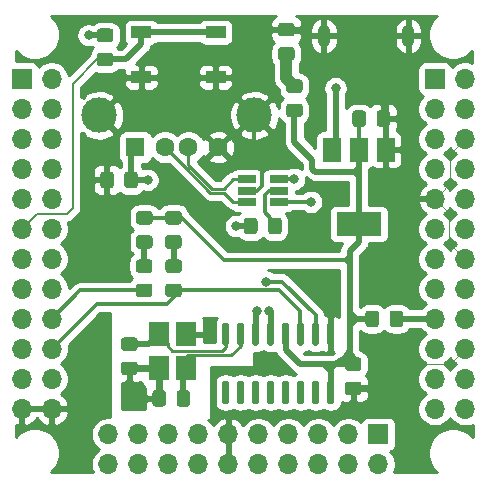
<source format=gbr>
G04 #@! TF.GenerationSoftware,KiCad,Pcbnew,5.1.6*
G04 #@! TF.CreationDate,2020-06-22T00:18:59+03:00*
G04 #@! TF.ProjectId,nanopicore_debug,6e616e6f-7069-4636-9f72-655f64656275,rev?*
G04 #@! TF.SameCoordinates,Original*
G04 #@! TF.FileFunction,Copper,L1,Top*
G04 #@! TF.FilePolarity,Positive*
%FSLAX46Y46*%
G04 Gerber Fmt 4.6, Leading zero omitted, Abs format (unit mm)*
G04 Created by KiCad (PCBNEW 5.1.6) date 2020-06-22 00:18:59*
%MOMM*%
%LPD*%
G01*
G04 APERTURE LIST*
G04 #@! TA.AperFunction,ComponentPad*
%ADD10C,1.600000*%
G04 #@! TD*
G04 #@! TA.AperFunction,ComponentPad*
%ADD11R,1.600000X1.600000*%
G04 #@! TD*
G04 #@! TA.AperFunction,ComponentPad*
%ADD12C,3.000000*%
G04 #@! TD*
G04 #@! TA.AperFunction,SMDPad,CuDef*
%ADD13R,1.700000X1.000000*%
G04 #@! TD*
G04 #@! TA.AperFunction,ComponentPad*
%ADD14O,1.700000X1.700000*%
G04 #@! TD*
G04 #@! TA.AperFunction,ComponentPad*
%ADD15R,1.700000X1.700000*%
G04 #@! TD*
G04 #@! TA.AperFunction,SMDPad,CuDef*
%ADD16R,1.800000X2.100000*%
G04 #@! TD*
G04 #@! TA.AperFunction,SMDPad,CuDef*
%ADD17R,1.560000X0.650000*%
G04 #@! TD*
G04 #@! TA.AperFunction,SMDPad,CuDef*
%ADD18R,1.500000X2.000000*%
G04 #@! TD*
G04 #@! TA.AperFunction,SMDPad,CuDef*
%ADD19R,3.800000X2.000000*%
G04 #@! TD*
G04 #@! TA.AperFunction,ComponentPad*
%ADD20O,1.050000X1.900000*%
G04 #@! TD*
G04 #@! TA.AperFunction,ViaPad*
%ADD21C,0.800000*%
G04 #@! TD*
G04 #@! TA.AperFunction,Conductor*
%ADD22C,0.500000*%
G04 #@! TD*
G04 #@! TA.AperFunction,Conductor*
%ADD23C,0.300000*%
G04 #@! TD*
G04 #@! TA.AperFunction,Conductor*
%ADD24C,0.100000*%
G04 #@! TD*
G04 #@! TA.AperFunction,Conductor*
%ADD25C,0.250000*%
G04 #@! TD*
G04 #@! TA.AperFunction,Conductor*
%ADD26C,1.000000*%
G04 #@! TD*
G04 #@! TA.AperFunction,Conductor*
%ADD27C,0.200000*%
G04 #@! TD*
G04 #@! TA.AperFunction,Conductor*
%ADD28C,0.254000*%
G04 #@! TD*
G04 APERTURE END LIST*
G04 #@! TA.AperFunction,SMDPad,CuDef*
G36*
G01*
X100388000Y-68510999D02*
X100388000Y-69411001D01*
G75*
G02*
X100138001Y-69661000I-249999J0D01*
G01*
X99487999Y-69661000D01*
G75*
G02*
X99238000Y-69411001I0J249999D01*
G01*
X99238000Y-68510999D01*
G75*
G02*
X99487999Y-68261000I249999J0D01*
G01*
X100138001Y-68261000D01*
G75*
G02*
X100388000Y-68510999I0J-249999D01*
G01*
G37*
G04 #@! TD.AperFunction*
G04 #@! TA.AperFunction,SMDPad,CuDef*
G36*
G01*
X102438000Y-68510999D02*
X102438000Y-69411001D01*
G75*
G02*
X102188001Y-69661000I-249999J0D01*
G01*
X101537999Y-69661000D01*
G75*
G02*
X101288000Y-69411001I0J249999D01*
G01*
X101288000Y-68510999D01*
G75*
G02*
X101537999Y-68261000I249999J0D01*
G01*
X102188001Y-68261000D01*
G75*
G02*
X102438000Y-68510999I0J-249999D01*
G01*
G37*
G04 #@! TD.AperFunction*
G04 #@! TA.AperFunction,SMDPad,CuDef*
G36*
G01*
X96141400Y-74220200D02*
X96441400Y-74220200D01*
G75*
G02*
X96591400Y-74370200I0J-150000D01*
G01*
X96591400Y-76020200D01*
G75*
G02*
X96441400Y-76170200I-150000J0D01*
G01*
X96141400Y-76170200D01*
G75*
G02*
X95991400Y-76020200I0J150000D01*
G01*
X95991400Y-74370200D01*
G75*
G02*
X96141400Y-74220200I150000J0D01*
G01*
G37*
G04 #@! TD.AperFunction*
G04 #@! TA.AperFunction,SMDPad,CuDef*
G36*
G01*
X94871400Y-74220200D02*
X95171400Y-74220200D01*
G75*
G02*
X95321400Y-74370200I0J-150000D01*
G01*
X95321400Y-76020200D01*
G75*
G02*
X95171400Y-76170200I-150000J0D01*
G01*
X94871400Y-76170200D01*
G75*
G02*
X94721400Y-76020200I0J150000D01*
G01*
X94721400Y-74370200D01*
G75*
G02*
X94871400Y-74220200I150000J0D01*
G01*
G37*
G04 #@! TD.AperFunction*
G04 #@! TA.AperFunction,SMDPad,CuDef*
G36*
G01*
X93601400Y-74220200D02*
X93901400Y-74220200D01*
G75*
G02*
X94051400Y-74370200I0J-150000D01*
G01*
X94051400Y-76020200D01*
G75*
G02*
X93901400Y-76170200I-150000J0D01*
G01*
X93601400Y-76170200D01*
G75*
G02*
X93451400Y-76020200I0J150000D01*
G01*
X93451400Y-74370200D01*
G75*
G02*
X93601400Y-74220200I150000J0D01*
G01*
G37*
G04 #@! TD.AperFunction*
G04 #@! TA.AperFunction,SMDPad,CuDef*
G36*
G01*
X92331400Y-74220200D02*
X92631400Y-74220200D01*
G75*
G02*
X92781400Y-74370200I0J-150000D01*
G01*
X92781400Y-76020200D01*
G75*
G02*
X92631400Y-76170200I-150000J0D01*
G01*
X92331400Y-76170200D01*
G75*
G02*
X92181400Y-76020200I0J150000D01*
G01*
X92181400Y-74370200D01*
G75*
G02*
X92331400Y-74220200I150000J0D01*
G01*
G37*
G04 #@! TD.AperFunction*
G04 #@! TA.AperFunction,SMDPad,CuDef*
G36*
G01*
X91061400Y-74220200D02*
X91361400Y-74220200D01*
G75*
G02*
X91511400Y-74370200I0J-150000D01*
G01*
X91511400Y-76020200D01*
G75*
G02*
X91361400Y-76170200I-150000J0D01*
G01*
X91061400Y-76170200D01*
G75*
G02*
X90911400Y-76020200I0J150000D01*
G01*
X90911400Y-74370200D01*
G75*
G02*
X91061400Y-74220200I150000J0D01*
G01*
G37*
G04 #@! TD.AperFunction*
G04 #@! TA.AperFunction,SMDPad,CuDef*
G36*
G01*
X89791400Y-74220200D02*
X90091400Y-74220200D01*
G75*
G02*
X90241400Y-74370200I0J-150000D01*
G01*
X90241400Y-76020200D01*
G75*
G02*
X90091400Y-76170200I-150000J0D01*
G01*
X89791400Y-76170200D01*
G75*
G02*
X89641400Y-76020200I0J150000D01*
G01*
X89641400Y-74370200D01*
G75*
G02*
X89791400Y-74220200I150000J0D01*
G01*
G37*
G04 #@! TD.AperFunction*
G04 #@! TA.AperFunction,SMDPad,CuDef*
G36*
G01*
X88521400Y-74220200D02*
X88821400Y-74220200D01*
G75*
G02*
X88971400Y-74370200I0J-150000D01*
G01*
X88971400Y-76020200D01*
G75*
G02*
X88821400Y-76170200I-150000J0D01*
G01*
X88521400Y-76170200D01*
G75*
G02*
X88371400Y-76020200I0J150000D01*
G01*
X88371400Y-74370200D01*
G75*
G02*
X88521400Y-74220200I150000J0D01*
G01*
G37*
G04 #@! TD.AperFunction*
G04 #@! TA.AperFunction,SMDPad,CuDef*
G36*
G01*
X87251400Y-74220200D02*
X87551400Y-74220200D01*
G75*
G02*
X87701400Y-74370200I0J-150000D01*
G01*
X87701400Y-76020200D01*
G75*
G02*
X87551400Y-76170200I-150000J0D01*
G01*
X87251400Y-76170200D01*
G75*
G02*
X87101400Y-76020200I0J150000D01*
G01*
X87101400Y-74370200D01*
G75*
G02*
X87251400Y-74220200I150000J0D01*
G01*
G37*
G04 #@! TD.AperFunction*
G04 #@! TA.AperFunction,SMDPad,CuDef*
G36*
G01*
X87251400Y-69270200D02*
X87551400Y-69270200D01*
G75*
G02*
X87701400Y-69420200I0J-150000D01*
G01*
X87701400Y-71070200D01*
G75*
G02*
X87551400Y-71220200I-150000J0D01*
G01*
X87251400Y-71220200D01*
G75*
G02*
X87101400Y-71070200I0J150000D01*
G01*
X87101400Y-69420200D01*
G75*
G02*
X87251400Y-69270200I150000J0D01*
G01*
G37*
G04 #@! TD.AperFunction*
G04 #@! TA.AperFunction,SMDPad,CuDef*
G36*
G01*
X88521400Y-69270200D02*
X88821400Y-69270200D01*
G75*
G02*
X88971400Y-69420200I0J-150000D01*
G01*
X88971400Y-71070200D01*
G75*
G02*
X88821400Y-71220200I-150000J0D01*
G01*
X88521400Y-71220200D01*
G75*
G02*
X88371400Y-71070200I0J150000D01*
G01*
X88371400Y-69420200D01*
G75*
G02*
X88521400Y-69270200I150000J0D01*
G01*
G37*
G04 #@! TD.AperFunction*
G04 #@! TA.AperFunction,SMDPad,CuDef*
G36*
G01*
X89791400Y-69270200D02*
X90091400Y-69270200D01*
G75*
G02*
X90241400Y-69420200I0J-150000D01*
G01*
X90241400Y-71070200D01*
G75*
G02*
X90091400Y-71220200I-150000J0D01*
G01*
X89791400Y-71220200D01*
G75*
G02*
X89641400Y-71070200I0J150000D01*
G01*
X89641400Y-69420200D01*
G75*
G02*
X89791400Y-69270200I150000J0D01*
G01*
G37*
G04 #@! TD.AperFunction*
G04 #@! TA.AperFunction,SMDPad,CuDef*
G36*
G01*
X91061400Y-69270200D02*
X91361400Y-69270200D01*
G75*
G02*
X91511400Y-69420200I0J-150000D01*
G01*
X91511400Y-71070200D01*
G75*
G02*
X91361400Y-71220200I-150000J0D01*
G01*
X91061400Y-71220200D01*
G75*
G02*
X90911400Y-71070200I0J150000D01*
G01*
X90911400Y-69420200D01*
G75*
G02*
X91061400Y-69270200I150000J0D01*
G01*
G37*
G04 #@! TD.AperFunction*
G04 #@! TA.AperFunction,SMDPad,CuDef*
G36*
G01*
X92331400Y-69270200D02*
X92631400Y-69270200D01*
G75*
G02*
X92781400Y-69420200I0J-150000D01*
G01*
X92781400Y-71070200D01*
G75*
G02*
X92631400Y-71220200I-150000J0D01*
G01*
X92331400Y-71220200D01*
G75*
G02*
X92181400Y-71070200I0J150000D01*
G01*
X92181400Y-69420200D01*
G75*
G02*
X92331400Y-69270200I150000J0D01*
G01*
G37*
G04 #@! TD.AperFunction*
G04 #@! TA.AperFunction,SMDPad,CuDef*
G36*
G01*
X93601400Y-69270200D02*
X93901400Y-69270200D01*
G75*
G02*
X94051400Y-69420200I0J-150000D01*
G01*
X94051400Y-71070200D01*
G75*
G02*
X93901400Y-71220200I-150000J0D01*
G01*
X93601400Y-71220200D01*
G75*
G02*
X93451400Y-71070200I0J150000D01*
G01*
X93451400Y-69420200D01*
G75*
G02*
X93601400Y-69270200I150000J0D01*
G01*
G37*
G04 #@! TD.AperFunction*
G04 #@! TA.AperFunction,SMDPad,CuDef*
G36*
G01*
X94871400Y-69270200D02*
X95171400Y-69270200D01*
G75*
G02*
X95321400Y-69420200I0J-150000D01*
G01*
X95321400Y-71070200D01*
G75*
G02*
X95171400Y-71220200I-150000J0D01*
G01*
X94871400Y-71220200D01*
G75*
G02*
X94721400Y-71070200I0J150000D01*
G01*
X94721400Y-69420200D01*
G75*
G02*
X94871400Y-69270200I150000J0D01*
G01*
G37*
G04 #@! TD.AperFunction*
G04 #@! TA.AperFunction,SMDPad,CuDef*
G36*
G01*
X96141400Y-69270200D02*
X96441400Y-69270200D01*
G75*
G02*
X96591400Y-69420200I0J-150000D01*
G01*
X96591400Y-71070200D01*
G75*
G02*
X96441400Y-71220200I-150000J0D01*
G01*
X96141400Y-71220200D01*
G75*
G02*
X95991400Y-71070200I0J150000D01*
G01*
X95991400Y-69420200D01*
G75*
G02*
X96141400Y-69270200I150000J0D01*
G01*
G37*
G04 #@! TD.AperFunction*
D10*
X86756000Y-54432200D03*
X84256000Y-54432200D03*
X82256000Y-54432200D03*
D11*
X79756000Y-54432200D03*
D12*
X76686000Y-51722200D03*
X89826000Y-51722200D03*
D13*
X86550000Y-48500000D03*
X80250000Y-48500000D03*
X86550000Y-44700000D03*
X80250000Y-44700000D03*
G04 #@! TA.AperFunction,SMDPad,CuDef*
G36*
G01*
X76749999Y-46425000D02*
X77650001Y-46425000D01*
G75*
G02*
X77900000Y-46674999I0J-249999D01*
G01*
X77900000Y-47325001D01*
G75*
G02*
X77650001Y-47575000I-249999J0D01*
G01*
X76749999Y-47575000D01*
G75*
G02*
X76500000Y-47325001I0J249999D01*
G01*
X76500000Y-46674999D01*
G75*
G02*
X76749999Y-46425000I249999J0D01*
G01*
G37*
G04 #@! TD.AperFunction*
G04 #@! TA.AperFunction,SMDPad,CuDef*
G36*
G01*
X76749999Y-44375000D02*
X77650001Y-44375000D01*
G75*
G02*
X77900000Y-44624999I0J-249999D01*
G01*
X77900000Y-45275001D01*
G75*
G02*
X77650001Y-45525000I-249999J0D01*
G01*
X76749999Y-45525000D01*
G75*
G02*
X76500000Y-45275001I0J249999D01*
G01*
X76500000Y-44624999D01*
G75*
G02*
X76749999Y-44375000I249999J0D01*
G01*
G37*
G04 #@! TD.AperFunction*
D14*
X72669400Y-76581000D03*
X70129400Y-76581000D03*
X72669400Y-74041000D03*
X70129400Y-74041000D03*
X72669400Y-71501000D03*
X70129400Y-71501000D03*
X72669400Y-68961000D03*
X70129400Y-68961000D03*
X72669400Y-66421000D03*
X70129400Y-66421000D03*
X72669400Y-63881000D03*
X70129400Y-63881000D03*
X72669400Y-61341000D03*
X70129400Y-61341000D03*
X72669400Y-58801000D03*
X70129400Y-58801000D03*
X72669400Y-56261000D03*
X70129400Y-56261000D03*
X72669400Y-53721000D03*
X70129400Y-53721000D03*
X72669400Y-51181000D03*
X70129400Y-51181000D03*
X72669400Y-48641000D03*
D15*
X70129400Y-48641000D03*
D14*
X77470000Y-81280000D03*
X77470000Y-78740000D03*
X80010000Y-81280000D03*
X80010000Y-78740000D03*
X82550000Y-81280000D03*
X82550000Y-78740000D03*
X85090000Y-81280000D03*
X85090000Y-78740000D03*
X87630000Y-81280000D03*
X87630000Y-78740000D03*
X90170000Y-81280000D03*
X90170000Y-78740000D03*
X92710000Y-81280000D03*
X92710000Y-78740000D03*
X95250000Y-81280000D03*
X95250000Y-78740000D03*
X97790000Y-81280000D03*
X97790000Y-78740000D03*
X100330000Y-81280000D03*
D15*
X100330000Y-78740000D03*
D14*
X107670600Y-76581000D03*
X105130600Y-76581000D03*
X107670600Y-74041000D03*
X105130600Y-74041000D03*
X107670600Y-71501000D03*
X105130600Y-71501000D03*
X107670600Y-68961000D03*
X105130600Y-68961000D03*
X107670600Y-66421000D03*
X105130600Y-66421000D03*
X107670600Y-63881000D03*
X105130600Y-63881000D03*
X107670600Y-61341000D03*
X105130600Y-61341000D03*
X107670600Y-58801000D03*
X105130600Y-58801000D03*
X107670600Y-56261000D03*
X105130600Y-56261000D03*
X107670600Y-53721000D03*
X105130600Y-53721000D03*
X107670600Y-51181000D03*
X105130600Y-51181000D03*
X107670600Y-48641000D03*
D15*
X105130600Y-48641000D03*
D16*
X84074000Y-73152000D03*
X84074000Y-70252000D03*
X81774000Y-70252000D03*
X81774000Y-73152000D03*
D17*
X91901000Y-58100000D03*
X91901000Y-57150000D03*
X91901000Y-59050000D03*
X89201000Y-59050000D03*
X89201000Y-58100000D03*
X89201000Y-57150000D03*
D18*
X100979000Y-54635000D03*
X96379000Y-54635000D03*
X98679000Y-54635000D03*
D19*
X98679000Y-60935000D03*
G04 #@! TA.AperFunction,SMDPad,CuDef*
G36*
G01*
X88950000Y-61550001D02*
X88950000Y-60649999D01*
G75*
G02*
X89199999Y-60400000I249999J0D01*
G01*
X89850001Y-60400000D01*
G75*
G02*
X90100000Y-60649999I0J-249999D01*
G01*
X90100000Y-61550001D01*
G75*
G02*
X89850001Y-61800000I-249999J0D01*
G01*
X89199999Y-61800000D01*
G75*
G02*
X88950000Y-61550001I0J249999D01*
G01*
G37*
G04 #@! TD.AperFunction*
G04 #@! TA.AperFunction,SMDPad,CuDef*
G36*
G01*
X91000000Y-61550001D02*
X91000000Y-60649999D01*
G75*
G02*
X91249999Y-60400000I249999J0D01*
G01*
X91900001Y-60400000D01*
G75*
G02*
X92150000Y-60649999I0J-249999D01*
G01*
X92150000Y-61550001D01*
G75*
G02*
X91900001Y-61800000I-249999J0D01*
G01*
X91249999Y-61800000D01*
G75*
G02*
X91000000Y-61550001I0J249999D01*
G01*
G37*
G04 #@! TD.AperFunction*
G04 #@! TA.AperFunction,SMDPad,CuDef*
G36*
G01*
X92082199Y-45950400D02*
X92982201Y-45950400D01*
G75*
G02*
X93232200Y-46200399I0J-249999D01*
G01*
X93232200Y-46850401D01*
G75*
G02*
X92982201Y-47100400I-249999J0D01*
G01*
X92082199Y-47100400D01*
G75*
G02*
X91832200Y-46850401I0J249999D01*
G01*
X91832200Y-46200399D01*
G75*
G02*
X92082199Y-45950400I249999J0D01*
G01*
G37*
G04 #@! TD.AperFunction*
G04 #@! TA.AperFunction,SMDPad,CuDef*
G36*
G01*
X92082199Y-43900400D02*
X92982201Y-43900400D01*
G75*
G02*
X93232200Y-44150399I0J-249999D01*
G01*
X93232200Y-44800401D01*
G75*
G02*
X92982201Y-45050400I-249999J0D01*
G01*
X92082199Y-45050400D01*
G75*
G02*
X91832200Y-44800401I0J249999D01*
G01*
X91832200Y-44150399D01*
G75*
G02*
X92082199Y-43900400I249999J0D01*
G01*
G37*
G04 #@! TD.AperFunction*
G04 #@! TA.AperFunction,SMDPad,CuDef*
G36*
G01*
X83450001Y-65075000D02*
X82549999Y-65075000D01*
G75*
G02*
X82300000Y-64825001I0J249999D01*
G01*
X82300000Y-64174999D01*
G75*
G02*
X82549999Y-63925000I249999J0D01*
G01*
X83450001Y-63925000D01*
G75*
G02*
X83700000Y-64174999I0J-249999D01*
G01*
X83700000Y-64825001D01*
G75*
G02*
X83450001Y-65075000I-249999J0D01*
G01*
G37*
G04 #@! TD.AperFunction*
G04 #@! TA.AperFunction,SMDPad,CuDef*
G36*
G01*
X83450001Y-67125000D02*
X82549999Y-67125000D01*
G75*
G02*
X82300000Y-66875001I0J249999D01*
G01*
X82300000Y-66224999D01*
G75*
G02*
X82549999Y-65975000I249999J0D01*
G01*
X83450001Y-65975000D01*
G75*
G02*
X83700000Y-66224999I0J-249999D01*
G01*
X83700000Y-66875001D01*
G75*
G02*
X83450001Y-67125000I-249999J0D01*
G01*
G37*
G04 #@! TD.AperFunction*
G04 #@! TA.AperFunction,SMDPad,CuDef*
G36*
G01*
X80950001Y-65075000D02*
X80049999Y-65075000D01*
G75*
G02*
X79800000Y-64825001I0J249999D01*
G01*
X79800000Y-64174999D01*
G75*
G02*
X80049999Y-63925000I249999J0D01*
G01*
X80950001Y-63925000D01*
G75*
G02*
X81200000Y-64174999I0J-249999D01*
G01*
X81200000Y-64825001D01*
G75*
G02*
X80950001Y-65075000I-249999J0D01*
G01*
G37*
G04 #@! TD.AperFunction*
G04 #@! TA.AperFunction,SMDPad,CuDef*
G36*
G01*
X80950001Y-67125000D02*
X80049999Y-67125000D01*
G75*
G02*
X79800000Y-66875001I0J249999D01*
G01*
X79800000Y-66224999D01*
G75*
G02*
X80049999Y-65975000I249999J0D01*
G01*
X80950001Y-65975000D01*
G75*
G02*
X81200000Y-66224999I0J-249999D01*
G01*
X81200000Y-66875001D01*
G75*
G02*
X80950001Y-67125000I-249999J0D01*
G01*
G37*
G04 #@! TD.AperFunction*
D20*
X102863600Y-45000400D03*
X95713600Y-45000400D03*
G04 #@! TA.AperFunction,SMDPad,CuDef*
G36*
G01*
X92767999Y-50742000D02*
X93668001Y-50742000D01*
G75*
G02*
X93918000Y-50991999I0J-249999D01*
G01*
X93918000Y-51642001D01*
G75*
G02*
X93668001Y-51892000I-249999J0D01*
G01*
X92767999Y-51892000D01*
G75*
G02*
X92518000Y-51642001I0J249999D01*
G01*
X92518000Y-50991999D01*
G75*
G02*
X92767999Y-50742000I249999J0D01*
G01*
G37*
G04 #@! TD.AperFunction*
G04 #@! TA.AperFunction,SMDPad,CuDef*
G36*
G01*
X92767999Y-48692000D02*
X93668001Y-48692000D01*
G75*
G02*
X93918000Y-48941999I0J-249999D01*
G01*
X93918000Y-49592001D01*
G75*
G02*
X93668001Y-49842000I-249999J0D01*
G01*
X92767999Y-49842000D01*
G75*
G02*
X92518000Y-49592001I0J249999D01*
G01*
X92518000Y-48941999D01*
G75*
G02*
X92767999Y-48692000I249999J0D01*
G01*
G37*
G04 #@! TD.AperFunction*
G04 #@! TA.AperFunction,SMDPad,CuDef*
G36*
G01*
X83431801Y-60975000D02*
X82531799Y-60975000D01*
G75*
G02*
X82281800Y-60725001I0J249999D01*
G01*
X82281800Y-60074999D01*
G75*
G02*
X82531799Y-59825000I249999J0D01*
G01*
X83431801Y-59825000D01*
G75*
G02*
X83681800Y-60074999I0J-249999D01*
G01*
X83681800Y-60725001D01*
G75*
G02*
X83431801Y-60975000I-249999J0D01*
G01*
G37*
G04 #@! TD.AperFunction*
G04 #@! TA.AperFunction,SMDPad,CuDef*
G36*
G01*
X83431801Y-63025000D02*
X82531799Y-63025000D01*
G75*
G02*
X82281800Y-62775001I0J249999D01*
G01*
X82281800Y-62124999D01*
G75*
G02*
X82531799Y-61875000I249999J0D01*
G01*
X83431801Y-61875000D01*
G75*
G02*
X83681800Y-62124999I0J-249999D01*
G01*
X83681800Y-62775001D01*
G75*
G02*
X83431801Y-63025000I-249999J0D01*
G01*
G37*
G04 #@! TD.AperFunction*
G04 #@! TA.AperFunction,SMDPad,CuDef*
G36*
G01*
X80968001Y-60975000D02*
X80067999Y-60975000D01*
G75*
G02*
X79818000Y-60725001I0J249999D01*
G01*
X79818000Y-60074999D01*
G75*
G02*
X80067999Y-59825000I249999J0D01*
G01*
X80968001Y-59825000D01*
G75*
G02*
X81218000Y-60074999I0J-249999D01*
G01*
X81218000Y-60725001D01*
G75*
G02*
X80968001Y-60975000I-249999J0D01*
G01*
G37*
G04 #@! TD.AperFunction*
G04 #@! TA.AperFunction,SMDPad,CuDef*
G36*
G01*
X80968001Y-63025000D02*
X80067999Y-63025000D01*
G75*
G02*
X79818000Y-62775001I0J249999D01*
G01*
X79818000Y-62124999D01*
G75*
G02*
X80067999Y-61875000I249999J0D01*
G01*
X80968001Y-61875000D01*
G75*
G02*
X81218000Y-62124999I0J-249999D01*
G01*
X81218000Y-62775001D01*
G75*
G02*
X80968001Y-63025000I-249999J0D01*
G01*
G37*
G04 #@! TD.AperFunction*
G04 #@! TA.AperFunction,SMDPad,CuDef*
G36*
G01*
X78797999Y-70527000D02*
X79698001Y-70527000D01*
G75*
G02*
X79948000Y-70776999I0J-249999D01*
G01*
X79948000Y-71427001D01*
G75*
G02*
X79698001Y-71677000I-249999J0D01*
G01*
X78797999Y-71677000D01*
G75*
G02*
X78548000Y-71427001I0J249999D01*
G01*
X78548000Y-70776999D01*
G75*
G02*
X78797999Y-70527000I249999J0D01*
G01*
G37*
G04 #@! TD.AperFunction*
G04 #@! TA.AperFunction,SMDPad,CuDef*
G36*
G01*
X78797999Y-72577000D02*
X79698001Y-72577000D01*
G75*
G02*
X79948000Y-72826999I0J-249999D01*
G01*
X79948000Y-73477001D01*
G75*
G02*
X79698001Y-73727000I-249999J0D01*
G01*
X78797999Y-73727000D01*
G75*
G02*
X78548000Y-73477001I0J249999D01*
G01*
X78548000Y-72826999D01*
G75*
G02*
X78797999Y-72577000I249999J0D01*
G01*
G37*
G04 #@! TD.AperFunction*
G04 #@! TA.AperFunction,SMDPad,CuDef*
G36*
G01*
X84395000Y-75241999D02*
X84395000Y-76142001D01*
G75*
G02*
X84145001Y-76392000I-249999J0D01*
G01*
X83494999Y-76392000D01*
G75*
G02*
X83245000Y-76142001I0J249999D01*
G01*
X83245000Y-75241999D01*
G75*
G02*
X83494999Y-74992000I249999J0D01*
G01*
X84145001Y-74992000D01*
G75*
G02*
X84395000Y-75241999I0J-249999D01*
G01*
G37*
G04 #@! TD.AperFunction*
G04 #@! TA.AperFunction,SMDPad,CuDef*
G36*
G01*
X82345000Y-75241999D02*
X82345000Y-76142001D01*
G75*
G02*
X82095001Y-76392000I-249999J0D01*
G01*
X81444999Y-76392000D01*
G75*
G02*
X81195000Y-76142001I0J249999D01*
G01*
X81195000Y-75241999D01*
G75*
G02*
X81444999Y-74992000I249999J0D01*
G01*
X82095001Y-74992000D01*
G75*
G02*
X82345000Y-75241999I0J-249999D01*
G01*
G37*
G04 #@! TD.AperFunction*
G04 #@! TA.AperFunction,SMDPad,CuDef*
G36*
G01*
X77925000Y-56749999D02*
X77925000Y-57650001D01*
G75*
G02*
X77675001Y-57900000I-249999J0D01*
G01*
X77024999Y-57900000D01*
G75*
G02*
X76775000Y-57650001I0J249999D01*
G01*
X76775000Y-56749999D01*
G75*
G02*
X77024999Y-56500000I249999J0D01*
G01*
X77675001Y-56500000D01*
G75*
G02*
X77925000Y-56749999I0J-249999D01*
G01*
G37*
G04 #@! TD.AperFunction*
G04 #@! TA.AperFunction,SMDPad,CuDef*
G36*
G01*
X79975000Y-56749999D02*
X79975000Y-57650001D01*
G75*
G02*
X79725001Y-57900000I-249999J0D01*
G01*
X79074999Y-57900000D01*
G75*
G02*
X78825000Y-57650001I0J249999D01*
G01*
X78825000Y-56749999D01*
G75*
G02*
X79074999Y-56500000I249999J0D01*
G01*
X79725001Y-56500000D01*
G75*
G02*
X79975000Y-56749999I0J-249999D01*
G01*
G37*
G04 #@! TD.AperFunction*
G04 #@! TA.AperFunction,SMDPad,CuDef*
G36*
G01*
X97749999Y-74275000D02*
X98650001Y-74275000D01*
G75*
G02*
X98900000Y-74524999I0J-249999D01*
G01*
X98900000Y-75175001D01*
G75*
G02*
X98650001Y-75425000I-249999J0D01*
G01*
X97749999Y-75425000D01*
G75*
G02*
X97500000Y-75175001I0J249999D01*
G01*
X97500000Y-74524999D01*
G75*
G02*
X97749999Y-74275000I249999J0D01*
G01*
G37*
G04 #@! TD.AperFunction*
G04 #@! TA.AperFunction,SMDPad,CuDef*
G36*
G01*
X97749999Y-72225000D02*
X98650001Y-72225000D01*
G75*
G02*
X98900000Y-72474999I0J-249999D01*
G01*
X98900000Y-73125001D01*
G75*
G02*
X98650001Y-73375000I-249999J0D01*
G01*
X97749999Y-73375000D01*
G75*
G02*
X97500000Y-73125001I0J249999D01*
G01*
X97500000Y-72474999D01*
G75*
G02*
X97749999Y-72225000I249999J0D01*
G01*
G37*
G04 #@! TD.AperFunction*
G04 #@! TA.AperFunction,SMDPad,CuDef*
G36*
G01*
X100175000Y-52450001D02*
X100175000Y-51549999D01*
G75*
G02*
X100424999Y-51300000I249999J0D01*
G01*
X101075001Y-51300000D01*
G75*
G02*
X101325000Y-51549999I0J-249999D01*
G01*
X101325000Y-52450001D01*
G75*
G02*
X101075001Y-52700000I-249999J0D01*
G01*
X100424999Y-52700000D01*
G75*
G02*
X100175000Y-52450001I0J249999D01*
G01*
G37*
G04 #@! TD.AperFunction*
G04 #@! TA.AperFunction,SMDPad,CuDef*
G36*
G01*
X98125000Y-52450001D02*
X98125000Y-51549999D01*
G75*
G02*
X98374999Y-51300000I249999J0D01*
G01*
X99025001Y-51300000D01*
G75*
G02*
X99275000Y-51549999I0J-249999D01*
G01*
X99275000Y-52450001D01*
G75*
G02*
X99025001Y-52700000I-249999J0D01*
G01*
X98374999Y-52700000D01*
G75*
G02*
X98125000Y-52450001I0J249999D01*
G01*
G37*
G04 #@! TD.AperFunction*
D21*
X100965000Y-49530000D03*
X93980000Y-44577000D03*
X99950000Y-74850000D03*
X96300000Y-68500000D03*
X86700000Y-77100000D03*
X79200000Y-74500000D03*
X76900000Y-74500000D03*
X86000000Y-70200000D03*
X80100000Y-75100000D03*
X79629000Y-50165000D03*
X88773000Y-45720000D03*
X98200000Y-76200000D03*
X99600000Y-76050000D03*
X88900000Y-77100000D03*
X91400000Y-77150000D03*
X100965000Y-56540400D03*
X102819200Y-54737000D03*
X101015800Y-57912000D03*
X102590600Y-52044600D03*
X94716600Y-65709800D03*
X92964000Y-62636400D03*
X92913200Y-55422800D03*
X96723200Y-58191400D03*
X86360000Y-60045600D03*
X85013800Y-58801000D03*
X99822000Y-64008000D03*
X101981000Y-65532000D03*
X75438000Y-65024000D03*
X77216000Y-65024000D03*
X76962000Y-69342000D03*
X75438000Y-70866000D03*
X82804000Y-46736000D03*
X83820000Y-46736000D03*
X95758000Y-67564000D03*
X96520000Y-66802000D03*
X80800000Y-57200000D03*
X88300000Y-61100000D03*
X75800000Y-44950000D03*
X90800000Y-65800000D03*
X96710600Y-49428400D03*
X91101400Y-68300000D03*
X94625000Y-59050000D03*
X90051400Y-68300000D03*
X93200000Y-57100000D03*
D22*
X100965000Y-54621000D02*
X100979000Y-54635000D01*
X100965000Y-49530000D02*
X100965000Y-54621000D01*
X92633800Y-44577000D02*
X92532200Y-44475400D01*
X93980000Y-44577000D02*
X92633800Y-44577000D01*
X81774000Y-73152000D02*
X79248000Y-73152000D01*
X81774000Y-75688000D02*
X81770000Y-75692000D01*
X81774000Y-73152000D02*
X81774000Y-75688000D01*
D23*
X90450000Y-56450000D02*
X89826000Y-55826000D01*
X89826000Y-55826000D02*
X89826000Y-51722200D01*
X90450000Y-57725000D02*
X90450000Y-56450000D01*
X89201000Y-58100000D02*
X90075000Y-58100000D01*
X90075000Y-58100000D02*
X90450000Y-57725000D01*
D24*
X105980599Y-57951001D02*
X105980599Y-57919401D01*
X105130600Y-58801000D02*
X105980599Y-57951001D01*
X105980599Y-57919401D02*
X106400000Y-57500000D01*
X106400000Y-54991600D02*
X107670600Y-53721000D01*
X106400000Y-57500000D02*
X106400000Y-54991600D01*
X105130600Y-58801000D02*
X106300000Y-59970400D01*
X106300000Y-62510400D02*
X107670600Y-63881000D01*
X106300000Y-59970400D02*
X106300000Y-62510400D01*
X102900000Y-72800000D02*
X106400000Y-72800000D01*
X100850000Y-74850000D02*
X102900000Y-72800000D01*
X107670600Y-71501000D02*
X106400000Y-72800000D01*
X106400000Y-72800000D02*
X106371600Y-72800000D01*
X99950000Y-74850000D02*
X100850000Y-74850000D01*
D22*
X96291400Y-68508600D02*
X96300000Y-68500000D01*
X96291400Y-70245200D02*
X96291400Y-68508600D01*
X98200000Y-74850000D02*
X99950000Y-74850000D01*
X79400000Y-54788200D02*
X79756000Y-54432200D01*
X79400000Y-57200000D02*
X79400000Y-54788200D01*
X79400000Y-57200000D02*
X80800000Y-57200000D01*
X89525000Y-61100000D02*
X88300000Y-61100000D01*
X77200000Y-44950000D02*
X75800000Y-44950000D01*
X98679000Y-54635000D02*
X98679000Y-60935000D01*
X93218000Y-51317000D02*
X93218000Y-53968000D01*
X93218000Y-53968000D02*
X94750000Y-55500000D01*
X94750000Y-55500000D02*
X94750000Y-56250000D01*
X94750000Y-56250000D02*
X95000000Y-56500000D01*
X98679000Y-56135000D02*
X98679000Y-54635000D01*
X98314000Y-56500000D02*
X98679000Y-56135000D01*
X95000000Y-56500000D02*
X98314000Y-56500000D01*
X98679000Y-56865000D02*
X98679000Y-60935000D01*
X98314000Y-56500000D02*
X98679000Y-56865000D01*
D23*
X98700000Y-54614000D02*
X98679000Y-54635000D01*
X98700000Y-52000000D02*
X98700000Y-54614000D01*
X96291400Y-75195200D02*
X96291400Y-74591400D01*
X96291400Y-74591400D02*
X96300000Y-74582800D01*
X96300000Y-74582800D02*
X96300000Y-73500000D01*
X96300000Y-73500000D02*
X95600000Y-72800000D01*
X95600000Y-72800000D02*
X93700000Y-72800000D01*
D22*
X98679000Y-60935000D02*
X98679000Y-62435000D01*
X98679000Y-62435000D02*
X97900000Y-63214000D01*
X92481400Y-71581400D02*
X92481400Y-70245200D01*
X93700000Y-72800000D02*
X92481400Y-71581400D01*
X95100000Y-72800000D02*
X96100000Y-72800000D01*
X95100000Y-72800000D02*
X93700000Y-72800000D01*
X96700000Y-72800000D02*
X95100000Y-72800000D01*
X96100000Y-72800000D02*
X96291400Y-72991400D01*
X96291400Y-73208600D02*
X96700000Y-72800000D01*
X96291400Y-73491400D02*
X96291400Y-75195200D01*
X96291400Y-73491400D02*
X96291400Y-73208600D01*
X96291400Y-72991400D02*
X96291400Y-73491400D01*
D23*
X80518000Y-60400000D02*
X82981800Y-60400000D01*
X83681800Y-60400000D02*
X87281800Y-64000000D01*
X82981800Y-60400000D02*
X83681800Y-60400000D01*
X97500000Y-64000000D02*
X97900000Y-63600000D01*
D22*
X97900000Y-63600000D02*
X97900000Y-64000000D01*
X97900000Y-63214000D02*
X97900000Y-63600000D01*
D23*
X97500000Y-64000000D02*
X97900000Y-64000000D01*
X87281800Y-64000000D02*
X97500000Y-64000000D01*
X97500000Y-64000000D02*
X97900000Y-64400000D01*
D22*
X97900000Y-64000000D02*
X97900000Y-64400000D01*
X97900000Y-71925000D02*
X97900000Y-71600000D01*
X98200000Y-72225000D02*
X97900000Y-71925000D01*
X98200000Y-72800000D02*
X98200000Y-72225000D01*
X96482800Y-72800000D02*
X96291400Y-72991400D01*
X98200000Y-72800000D02*
X96482800Y-72800000D01*
X98200000Y-72800000D02*
X98000000Y-72800000D01*
X97900000Y-71600000D02*
X97500000Y-72300000D01*
X98000000Y-72800000D02*
X97500000Y-72300000D01*
X97500000Y-72300000D02*
X96700000Y-72800000D01*
X99813000Y-68961000D02*
X99695000Y-68961000D01*
X98044000Y-68961000D02*
X97900000Y-69105000D01*
X98425000Y-68961000D02*
X97900000Y-68436000D01*
X97900000Y-68436000D02*
X97900000Y-69105000D01*
X97900000Y-64400000D02*
X97900000Y-68436000D01*
X99813000Y-68961000D02*
X98425000Y-68961000D01*
X98425000Y-68961000D02*
X98044000Y-68961000D01*
X98425000Y-68961000D02*
X97900000Y-69486000D01*
X97900000Y-69486000D02*
X97900000Y-71600000D01*
X97900000Y-69105000D02*
X97900000Y-69486000D01*
X83820000Y-73406000D02*
X84074000Y-73152000D01*
X83820000Y-75692000D02*
X83820000Y-73406000D01*
X84074000Y-73152000D02*
X84598000Y-73152000D01*
D25*
X88671400Y-70245200D02*
X88671400Y-71220200D01*
X88671400Y-71220200D02*
X87891600Y-72000000D01*
X84074000Y-73152000D02*
X84074000Y-72176000D01*
X84074000Y-72176000D02*
X84250000Y-72000000D01*
X87891600Y-72000000D02*
X84250000Y-72000000D01*
D22*
X80924000Y-71102000D02*
X81774000Y-70252000D01*
X79248000Y-71102000D02*
X80924000Y-71102000D01*
D25*
X81774000Y-70402000D02*
X81774000Y-70252000D01*
X82500000Y-70978000D02*
X81774000Y-70252000D01*
X87401400Y-70245200D02*
X87401400Y-71348600D01*
X87100010Y-71649990D02*
X82850010Y-71649990D01*
X82850010Y-71649990D02*
X82500000Y-71299980D01*
X87401400Y-71348600D02*
X87100010Y-71649990D01*
X82500000Y-71299980D02*
X82500000Y-70978000D01*
D22*
X80518000Y-64482000D02*
X80500000Y-64500000D01*
X80518000Y-62450000D02*
X80518000Y-64482000D01*
X82981800Y-62450000D02*
X82950000Y-62450000D01*
X83000000Y-62500000D02*
X83000000Y-64500000D01*
X82950000Y-62450000D02*
X83000000Y-62500000D01*
D24*
X92532200Y-46525400D02*
X92525400Y-46525400D01*
D26*
X92532200Y-48581200D02*
X93218000Y-49267000D01*
X92532200Y-46525400D02*
X92532200Y-48581200D01*
D23*
X93751400Y-70245200D02*
X93751400Y-69648600D01*
X93751400Y-69648600D02*
X93700000Y-69597200D01*
X93700000Y-69597200D02*
X93700000Y-68300000D01*
X91950000Y-66550000D02*
X83000000Y-66550000D01*
X93700000Y-68300000D02*
X91950000Y-66550000D01*
X83000000Y-67125000D02*
X82425000Y-67700000D01*
X83000000Y-66550000D02*
X83000000Y-67125000D01*
X76470400Y-67700000D02*
X72669400Y-71501000D01*
X82425000Y-67700000D02*
X76470400Y-67700000D01*
X95021400Y-70245200D02*
X95021400Y-68621400D01*
X95021400Y-68621400D02*
X92200000Y-65800000D01*
X92200000Y-65800000D02*
X90800000Y-65800000D01*
X75080400Y-66550000D02*
X80500000Y-66550000D01*
X72669400Y-68961000D02*
X75080400Y-66550000D01*
D22*
X96710600Y-54303400D02*
X96379000Y-54635000D01*
X96710600Y-49428400D02*
X96710600Y-54303400D01*
D23*
X91150000Y-60400000D02*
X91150000Y-60675000D01*
X90700000Y-59950000D02*
X91150000Y-60400000D01*
X91150000Y-60675000D02*
X91575000Y-61100000D01*
X91295998Y-58100000D02*
X91270998Y-58125000D01*
X91901000Y-58100000D02*
X91295998Y-58100000D01*
X91270998Y-58125000D02*
X91075000Y-58125000D01*
X90700000Y-58500000D02*
X90700000Y-59950000D01*
X91075000Y-58125000D02*
X90700000Y-58500000D01*
D25*
X87255999Y-58275000D02*
X86098800Y-58275000D01*
X88030999Y-59050000D02*
X87255999Y-58275000D01*
X86098800Y-58275000D02*
X84008513Y-56184713D01*
X89201000Y-59050000D02*
X88030999Y-59050000D01*
X84008513Y-56184713D02*
X82256000Y-54432200D01*
X88030999Y-57150000D02*
X87255999Y-57925000D01*
X89201000Y-57150000D02*
X88030999Y-57150000D01*
X87255999Y-57925000D02*
X86243775Y-57925000D01*
X86243775Y-57925000D02*
X84256000Y-55937225D01*
X84256000Y-55937225D02*
X84256000Y-54432200D01*
D22*
X91211400Y-68410000D02*
X91101400Y-68300000D01*
X91211400Y-70245200D02*
X91211400Y-68410000D01*
D23*
X91901000Y-59050000D02*
X94625000Y-59050000D01*
D22*
X89941400Y-68410000D02*
X90051400Y-68300000D01*
X89941400Y-70245200D02*
X89941400Y-68410000D01*
D23*
X91901000Y-57150000D02*
X93150000Y-57150000D01*
X93150000Y-57150000D02*
X93200000Y-57100000D01*
D22*
X85200000Y-44700000D02*
X80250000Y-44700000D01*
X86550000Y-44700000D02*
X85200000Y-44700000D01*
X80250000Y-44700000D02*
X80250000Y-45700000D01*
X78950000Y-47000000D02*
X77200000Y-47000000D01*
X80250000Y-45700000D02*
X78950000Y-47000000D01*
D27*
X71420400Y-60050000D02*
X70129400Y-61341000D01*
X76500000Y-47000000D02*
X74450000Y-49050000D01*
X77200000Y-47000000D02*
X76500000Y-47000000D01*
X73950000Y-60050000D02*
X71420400Y-60050000D01*
X74450000Y-49050000D02*
X74450000Y-59550000D01*
X74450000Y-59550000D02*
X73950000Y-60050000D01*
D22*
X105130600Y-68961000D02*
X101863000Y-68961000D01*
D28*
G36*
X103977125Y-69907632D02*
G01*
X104183968Y-70114475D01*
X104358360Y-70231000D01*
X104183968Y-70347525D01*
X103977125Y-70554368D01*
X103814610Y-70797589D01*
X103702668Y-71067842D01*
X103645600Y-71354740D01*
X103645600Y-71647260D01*
X103702668Y-71934158D01*
X103814610Y-72204411D01*
X103977125Y-72447632D01*
X104183968Y-72654475D01*
X104358360Y-72771000D01*
X104183968Y-72887525D01*
X103977125Y-73094368D01*
X103814610Y-73337589D01*
X103702668Y-73607842D01*
X103645600Y-73894740D01*
X103645600Y-74187260D01*
X103702668Y-74474158D01*
X103814610Y-74744411D01*
X103977125Y-74987632D01*
X104183968Y-75194475D01*
X104358360Y-75311000D01*
X104183968Y-75427525D01*
X103977125Y-75634368D01*
X103814610Y-75877589D01*
X103702668Y-76147842D01*
X103645600Y-76434740D01*
X103645600Y-76727260D01*
X103702668Y-77014158D01*
X103814610Y-77284411D01*
X103977125Y-77527632D01*
X104183968Y-77734475D01*
X104427189Y-77896990D01*
X104697442Y-78008932D01*
X104984340Y-78066000D01*
X105276860Y-78066000D01*
X105563758Y-78008932D01*
X105834011Y-77896990D01*
X106077232Y-77734475D01*
X106284075Y-77527632D01*
X106400600Y-77353240D01*
X106517125Y-77527632D01*
X106723968Y-77734475D01*
X106967189Y-77896990D01*
X107237442Y-78008932D01*
X107524340Y-78066000D01*
X107816860Y-78066000D01*
X108103758Y-78008932D01*
X108304302Y-77925864D01*
X108305035Y-78945889D01*
X108015583Y-78656437D01*
X107665902Y-78422788D01*
X107277356Y-78261847D01*
X106864879Y-78179800D01*
X106444321Y-78179800D01*
X106031844Y-78261847D01*
X105643298Y-78422788D01*
X105293617Y-78656437D01*
X104996237Y-78953817D01*
X104762588Y-79303498D01*
X104601647Y-79692044D01*
X104519600Y-80104521D01*
X104519600Y-80525079D01*
X104601647Y-80937556D01*
X104762588Y-81326102D01*
X104996237Y-81675783D01*
X105286654Y-81966200D01*
X101653119Y-81966200D01*
X101757932Y-81713158D01*
X101815000Y-81426260D01*
X101815000Y-81133740D01*
X101757932Y-80846842D01*
X101645990Y-80576589D01*
X101483475Y-80333368D01*
X101351620Y-80201513D01*
X101424180Y-80179502D01*
X101534494Y-80120537D01*
X101631185Y-80041185D01*
X101710537Y-79944494D01*
X101769502Y-79834180D01*
X101805812Y-79714482D01*
X101818072Y-79590000D01*
X101818072Y-77890000D01*
X101805812Y-77765518D01*
X101769502Y-77645820D01*
X101710537Y-77535506D01*
X101631185Y-77438815D01*
X101534494Y-77359463D01*
X101424180Y-77300498D01*
X101304482Y-77264188D01*
X101180000Y-77251928D01*
X99480000Y-77251928D01*
X99355518Y-77264188D01*
X99235820Y-77300498D01*
X99125506Y-77359463D01*
X99028815Y-77438815D01*
X98949463Y-77535506D01*
X98890498Y-77645820D01*
X98868487Y-77718380D01*
X98736632Y-77586525D01*
X98493411Y-77424010D01*
X98223158Y-77312068D01*
X97936260Y-77255000D01*
X97643740Y-77255000D01*
X97356842Y-77312068D01*
X97086589Y-77424010D01*
X96843368Y-77586525D01*
X96636525Y-77793368D01*
X96520000Y-77967760D01*
X96403475Y-77793368D01*
X96196632Y-77586525D01*
X95953411Y-77424010D01*
X95683158Y-77312068D01*
X95396260Y-77255000D01*
X95103740Y-77255000D01*
X94816842Y-77312068D01*
X94546589Y-77424010D01*
X94303368Y-77586525D01*
X94096525Y-77793368D01*
X93980000Y-77967760D01*
X93863475Y-77793368D01*
X93656632Y-77586525D01*
X93413411Y-77424010D01*
X93143158Y-77312068D01*
X92856260Y-77255000D01*
X92563740Y-77255000D01*
X92276842Y-77312068D01*
X92006589Y-77424010D01*
X91763368Y-77586525D01*
X91556525Y-77793368D01*
X91440000Y-77967760D01*
X91323475Y-77793368D01*
X91116632Y-77586525D01*
X90873411Y-77424010D01*
X90603158Y-77312068D01*
X90316260Y-77255000D01*
X90023740Y-77255000D01*
X89736842Y-77312068D01*
X89466589Y-77424010D01*
X89223368Y-77586525D01*
X89016525Y-77793368D01*
X88894805Y-77975534D01*
X88825178Y-77858645D01*
X88630269Y-77642412D01*
X88396920Y-77468359D01*
X88134099Y-77343175D01*
X87986890Y-77298524D01*
X87757000Y-77419845D01*
X87757000Y-78613000D01*
X87777000Y-78613000D01*
X87777000Y-78867000D01*
X87757000Y-78867000D01*
X87757000Y-81153000D01*
X87777000Y-81153000D01*
X87777000Y-81407000D01*
X87757000Y-81407000D01*
X87757000Y-81427000D01*
X87503000Y-81427000D01*
X87503000Y-81407000D01*
X87483000Y-81407000D01*
X87483000Y-81153000D01*
X87503000Y-81153000D01*
X87503000Y-78867000D01*
X87483000Y-78867000D01*
X87483000Y-78613000D01*
X87503000Y-78613000D01*
X87503000Y-77419845D01*
X87273110Y-77298524D01*
X87125901Y-77343175D01*
X86863080Y-77468359D01*
X86629731Y-77642412D01*
X86434822Y-77858645D01*
X86365195Y-77975534D01*
X86243475Y-77793368D01*
X86036632Y-77586525D01*
X85947547Y-77527000D01*
X86000000Y-77527000D01*
X86024776Y-77524560D01*
X86048601Y-77517333D01*
X86070557Y-77505597D01*
X86089803Y-77489803D01*
X86105597Y-77470557D01*
X86117333Y-77448601D01*
X86124560Y-77424776D01*
X86127000Y-77400000D01*
X86127000Y-73027000D01*
X89662000Y-73027000D01*
X89686776Y-73024560D01*
X89710601Y-73017333D01*
X89732557Y-73005597D01*
X89751803Y-72989803D01*
X89767597Y-72970557D01*
X89779333Y-72948601D01*
X89786560Y-72924776D01*
X89789000Y-72900000D01*
X89789000Y-71858036D01*
X89791400Y-71858272D01*
X90091400Y-71858272D01*
X90245145Y-71843129D01*
X90392982Y-71798284D01*
X90529229Y-71725458D01*
X90576400Y-71686746D01*
X90623571Y-71725458D01*
X90759818Y-71798284D01*
X90907655Y-71843129D01*
X91061400Y-71858272D01*
X91361400Y-71858272D01*
X91515145Y-71843129D01*
X91625791Y-71809565D01*
X91659811Y-71921712D01*
X91741989Y-72075458D01*
X91852583Y-72210217D01*
X91886356Y-72237934D01*
X93043470Y-73395049D01*
X93071183Y-73428817D01*
X93104951Y-73456530D01*
X93104953Y-73456532D01*
X93205941Y-73539411D01*
X93359686Y-73621589D01*
X93363587Y-73622772D01*
X93299818Y-73642116D01*
X93163571Y-73714942D01*
X93116400Y-73753654D01*
X93069229Y-73714942D01*
X92932982Y-73642116D01*
X92785145Y-73597271D01*
X92631400Y-73582128D01*
X92331400Y-73582128D01*
X92177655Y-73597271D01*
X92029818Y-73642116D01*
X91893571Y-73714942D01*
X91846400Y-73753654D01*
X91799229Y-73714942D01*
X91662982Y-73642116D01*
X91515145Y-73597271D01*
X91361400Y-73582128D01*
X91061400Y-73582128D01*
X90907655Y-73597271D01*
X90759818Y-73642116D01*
X90623571Y-73714942D01*
X90576400Y-73753654D01*
X90529229Y-73714942D01*
X90392982Y-73642116D01*
X90245145Y-73597271D01*
X90091400Y-73582128D01*
X89791400Y-73582128D01*
X89637655Y-73597271D01*
X89489818Y-73642116D01*
X89353571Y-73714942D01*
X89306400Y-73753654D01*
X89259229Y-73714942D01*
X89122982Y-73642116D01*
X88975145Y-73597271D01*
X88821400Y-73582128D01*
X88521400Y-73582128D01*
X88367655Y-73597271D01*
X88219818Y-73642116D01*
X88083571Y-73714942D01*
X88036400Y-73753654D01*
X87989229Y-73714942D01*
X87852982Y-73642116D01*
X87705145Y-73597271D01*
X87551400Y-73582128D01*
X87251400Y-73582128D01*
X87097655Y-73597271D01*
X86949818Y-73642116D01*
X86813571Y-73714942D01*
X86694149Y-73812949D01*
X86596142Y-73932371D01*
X86523316Y-74068618D01*
X86478471Y-74216455D01*
X86463328Y-74370200D01*
X86463328Y-76020200D01*
X86478471Y-76173945D01*
X86523316Y-76321782D01*
X86596142Y-76458029D01*
X86694149Y-76577451D01*
X86813571Y-76675458D01*
X86949818Y-76748284D01*
X87097655Y-76793129D01*
X87251400Y-76808272D01*
X87551400Y-76808272D01*
X87705145Y-76793129D01*
X87852982Y-76748284D01*
X87989229Y-76675458D01*
X88036400Y-76636746D01*
X88083571Y-76675458D01*
X88219818Y-76748284D01*
X88367655Y-76793129D01*
X88521400Y-76808272D01*
X88821400Y-76808272D01*
X88975145Y-76793129D01*
X89122982Y-76748284D01*
X89259229Y-76675458D01*
X89306400Y-76636746D01*
X89353571Y-76675458D01*
X89489818Y-76748284D01*
X89637655Y-76793129D01*
X89791400Y-76808272D01*
X90091400Y-76808272D01*
X90245145Y-76793129D01*
X90392982Y-76748284D01*
X90529229Y-76675458D01*
X90576400Y-76636746D01*
X90623571Y-76675458D01*
X90759818Y-76748284D01*
X90907655Y-76793129D01*
X91061400Y-76808272D01*
X91361400Y-76808272D01*
X91515145Y-76793129D01*
X91662982Y-76748284D01*
X91799229Y-76675458D01*
X91846400Y-76636746D01*
X91893571Y-76675458D01*
X92029818Y-76748284D01*
X92177655Y-76793129D01*
X92331400Y-76808272D01*
X92631400Y-76808272D01*
X92785145Y-76793129D01*
X92932982Y-76748284D01*
X93069229Y-76675458D01*
X93116400Y-76636746D01*
X93163571Y-76675458D01*
X93299818Y-76748284D01*
X93447655Y-76793129D01*
X93601400Y-76808272D01*
X93901400Y-76808272D01*
X94055145Y-76793129D01*
X94202982Y-76748284D01*
X94339229Y-76675458D01*
X94386400Y-76636746D01*
X94433571Y-76675458D01*
X94569818Y-76748284D01*
X94717655Y-76793129D01*
X94871400Y-76808272D01*
X95171400Y-76808272D01*
X95325145Y-76793129D01*
X95472982Y-76748284D01*
X95609229Y-76675458D01*
X95656400Y-76636746D01*
X95703571Y-76675458D01*
X95839818Y-76748284D01*
X95987655Y-76793129D01*
X96141400Y-76808272D01*
X96441400Y-76808272D01*
X96595145Y-76793129D01*
X96742982Y-76748284D01*
X96879229Y-76675458D01*
X96998651Y-76577451D01*
X97096658Y-76458029D01*
X97169484Y-76321782D01*
X97214329Y-76173945D01*
X97229472Y-76020200D01*
X97229472Y-76000418D01*
X97255820Y-76014502D01*
X97375518Y-76050812D01*
X97500000Y-76063072D01*
X97914250Y-76060000D01*
X98073000Y-75901250D01*
X98073000Y-74977000D01*
X98327000Y-74977000D01*
X98327000Y-75901250D01*
X98485750Y-76060000D01*
X98900000Y-76063072D01*
X99024482Y-76050812D01*
X99144180Y-76014502D01*
X99254494Y-75955537D01*
X99351185Y-75876185D01*
X99430537Y-75779494D01*
X99489502Y-75669180D01*
X99525812Y-75549482D01*
X99538072Y-75425000D01*
X99535000Y-75135750D01*
X99376250Y-74977000D01*
X98327000Y-74977000D01*
X98073000Y-74977000D01*
X98053000Y-74977000D01*
X98053000Y-74723000D01*
X98073000Y-74723000D01*
X98073000Y-74703000D01*
X98327000Y-74703000D01*
X98327000Y-74723000D01*
X99376250Y-74723000D01*
X99535000Y-74564250D01*
X99538072Y-74275000D01*
X99525812Y-74150518D01*
X99489502Y-74030820D01*
X99430537Y-73920506D01*
X99351185Y-73823815D01*
X99271406Y-73758342D01*
X99277962Y-73752962D01*
X99388405Y-73618387D01*
X99470472Y-73464851D01*
X99521008Y-73298255D01*
X99538072Y-73125001D01*
X99538072Y-72474999D01*
X99521008Y-72301745D01*
X99470472Y-72135149D01*
X99388405Y-71981613D01*
X99277962Y-71847038D01*
X99143387Y-71736595D01*
X98989851Y-71654528D01*
X98839194Y-71608827D01*
X98828817Y-71596183D01*
X98795044Y-71568466D01*
X98786487Y-71559909D01*
X98787110Y-71537888D01*
X98785000Y-71525453D01*
X98785000Y-69947528D01*
X98860038Y-70038962D01*
X98994613Y-70149405D01*
X99148149Y-70231472D01*
X99314745Y-70282008D01*
X99487999Y-70299072D01*
X100138001Y-70299072D01*
X100311255Y-70282008D01*
X100477851Y-70231472D01*
X100631387Y-70149405D01*
X100765962Y-70038962D01*
X100838000Y-69951184D01*
X100910038Y-70038962D01*
X101044613Y-70149405D01*
X101198149Y-70231472D01*
X101364745Y-70282008D01*
X101537999Y-70299072D01*
X102188001Y-70299072D01*
X102361255Y-70282008D01*
X102527851Y-70231472D01*
X102681387Y-70149405D01*
X102815962Y-70038962D01*
X102926405Y-69904387D01*
X102957614Y-69846000D01*
X103935944Y-69846000D01*
X103977125Y-69907632D01*
G37*
X103977125Y-69907632D02*
X104183968Y-70114475D01*
X104358360Y-70231000D01*
X104183968Y-70347525D01*
X103977125Y-70554368D01*
X103814610Y-70797589D01*
X103702668Y-71067842D01*
X103645600Y-71354740D01*
X103645600Y-71647260D01*
X103702668Y-71934158D01*
X103814610Y-72204411D01*
X103977125Y-72447632D01*
X104183968Y-72654475D01*
X104358360Y-72771000D01*
X104183968Y-72887525D01*
X103977125Y-73094368D01*
X103814610Y-73337589D01*
X103702668Y-73607842D01*
X103645600Y-73894740D01*
X103645600Y-74187260D01*
X103702668Y-74474158D01*
X103814610Y-74744411D01*
X103977125Y-74987632D01*
X104183968Y-75194475D01*
X104358360Y-75311000D01*
X104183968Y-75427525D01*
X103977125Y-75634368D01*
X103814610Y-75877589D01*
X103702668Y-76147842D01*
X103645600Y-76434740D01*
X103645600Y-76727260D01*
X103702668Y-77014158D01*
X103814610Y-77284411D01*
X103977125Y-77527632D01*
X104183968Y-77734475D01*
X104427189Y-77896990D01*
X104697442Y-78008932D01*
X104984340Y-78066000D01*
X105276860Y-78066000D01*
X105563758Y-78008932D01*
X105834011Y-77896990D01*
X106077232Y-77734475D01*
X106284075Y-77527632D01*
X106400600Y-77353240D01*
X106517125Y-77527632D01*
X106723968Y-77734475D01*
X106967189Y-77896990D01*
X107237442Y-78008932D01*
X107524340Y-78066000D01*
X107816860Y-78066000D01*
X108103758Y-78008932D01*
X108304302Y-77925864D01*
X108305035Y-78945889D01*
X108015583Y-78656437D01*
X107665902Y-78422788D01*
X107277356Y-78261847D01*
X106864879Y-78179800D01*
X106444321Y-78179800D01*
X106031844Y-78261847D01*
X105643298Y-78422788D01*
X105293617Y-78656437D01*
X104996237Y-78953817D01*
X104762588Y-79303498D01*
X104601647Y-79692044D01*
X104519600Y-80104521D01*
X104519600Y-80525079D01*
X104601647Y-80937556D01*
X104762588Y-81326102D01*
X104996237Y-81675783D01*
X105286654Y-81966200D01*
X101653119Y-81966200D01*
X101757932Y-81713158D01*
X101815000Y-81426260D01*
X101815000Y-81133740D01*
X101757932Y-80846842D01*
X101645990Y-80576589D01*
X101483475Y-80333368D01*
X101351620Y-80201513D01*
X101424180Y-80179502D01*
X101534494Y-80120537D01*
X101631185Y-80041185D01*
X101710537Y-79944494D01*
X101769502Y-79834180D01*
X101805812Y-79714482D01*
X101818072Y-79590000D01*
X101818072Y-77890000D01*
X101805812Y-77765518D01*
X101769502Y-77645820D01*
X101710537Y-77535506D01*
X101631185Y-77438815D01*
X101534494Y-77359463D01*
X101424180Y-77300498D01*
X101304482Y-77264188D01*
X101180000Y-77251928D01*
X99480000Y-77251928D01*
X99355518Y-77264188D01*
X99235820Y-77300498D01*
X99125506Y-77359463D01*
X99028815Y-77438815D01*
X98949463Y-77535506D01*
X98890498Y-77645820D01*
X98868487Y-77718380D01*
X98736632Y-77586525D01*
X98493411Y-77424010D01*
X98223158Y-77312068D01*
X97936260Y-77255000D01*
X97643740Y-77255000D01*
X97356842Y-77312068D01*
X97086589Y-77424010D01*
X96843368Y-77586525D01*
X96636525Y-77793368D01*
X96520000Y-77967760D01*
X96403475Y-77793368D01*
X96196632Y-77586525D01*
X95953411Y-77424010D01*
X95683158Y-77312068D01*
X95396260Y-77255000D01*
X95103740Y-77255000D01*
X94816842Y-77312068D01*
X94546589Y-77424010D01*
X94303368Y-77586525D01*
X94096525Y-77793368D01*
X93980000Y-77967760D01*
X93863475Y-77793368D01*
X93656632Y-77586525D01*
X93413411Y-77424010D01*
X93143158Y-77312068D01*
X92856260Y-77255000D01*
X92563740Y-77255000D01*
X92276842Y-77312068D01*
X92006589Y-77424010D01*
X91763368Y-77586525D01*
X91556525Y-77793368D01*
X91440000Y-77967760D01*
X91323475Y-77793368D01*
X91116632Y-77586525D01*
X90873411Y-77424010D01*
X90603158Y-77312068D01*
X90316260Y-77255000D01*
X90023740Y-77255000D01*
X89736842Y-77312068D01*
X89466589Y-77424010D01*
X89223368Y-77586525D01*
X89016525Y-77793368D01*
X88894805Y-77975534D01*
X88825178Y-77858645D01*
X88630269Y-77642412D01*
X88396920Y-77468359D01*
X88134099Y-77343175D01*
X87986890Y-77298524D01*
X87757000Y-77419845D01*
X87757000Y-78613000D01*
X87777000Y-78613000D01*
X87777000Y-78867000D01*
X87757000Y-78867000D01*
X87757000Y-81153000D01*
X87777000Y-81153000D01*
X87777000Y-81407000D01*
X87757000Y-81407000D01*
X87757000Y-81427000D01*
X87503000Y-81427000D01*
X87503000Y-81407000D01*
X87483000Y-81407000D01*
X87483000Y-81153000D01*
X87503000Y-81153000D01*
X87503000Y-78867000D01*
X87483000Y-78867000D01*
X87483000Y-78613000D01*
X87503000Y-78613000D01*
X87503000Y-77419845D01*
X87273110Y-77298524D01*
X87125901Y-77343175D01*
X86863080Y-77468359D01*
X86629731Y-77642412D01*
X86434822Y-77858645D01*
X86365195Y-77975534D01*
X86243475Y-77793368D01*
X86036632Y-77586525D01*
X85947547Y-77527000D01*
X86000000Y-77527000D01*
X86024776Y-77524560D01*
X86048601Y-77517333D01*
X86070557Y-77505597D01*
X86089803Y-77489803D01*
X86105597Y-77470557D01*
X86117333Y-77448601D01*
X86124560Y-77424776D01*
X86127000Y-77400000D01*
X86127000Y-73027000D01*
X89662000Y-73027000D01*
X89686776Y-73024560D01*
X89710601Y-73017333D01*
X89732557Y-73005597D01*
X89751803Y-72989803D01*
X89767597Y-72970557D01*
X89779333Y-72948601D01*
X89786560Y-72924776D01*
X89789000Y-72900000D01*
X89789000Y-71858036D01*
X89791400Y-71858272D01*
X90091400Y-71858272D01*
X90245145Y-71843129D01*
X90392982Y-71798284D01*
X90529229Y-71725458D01*
X90576400Y-71686746D01*
X90623571Y-71725458D01*
X90759818Y-71798284D01*
X90907655Y-71843129D01*
X91061400Y-71858272D01*
X91361400Y-71858272D01*
X91515145Y-71843129D01*
X91625791Y-71809565D01*
X91659811Y-71921712D01*
X91741989Y-72075458D01*
X91852583Y-72210217D01*
X91886356Y-72237934D01*
X93043470Y-73395049D01*
X93071183Y-73428817D01*
X93104951Y-73456530D01*
X93104953Y-73456532D01*
X93205941Y-73539411D01*
X93359686Y-73621589D01*
X93363587Y-73622772D01*
X93299818Y-73642116D01*
X93163571Y-73714942D01*
X93116400Y-73753654D01*
X93069229Y-73714942D01*
X92932982Y-73642116D01*
X92785145Y-73597271D01*
X92631400Y-73582128D01*
X92331400Y-73582128D01*
X92177655Y-73597271D01*
X92029818Y-73642116D01*
X91893571Y-73714942D01*
X91846400Y-73753654D01*
X91799229Y-73714942D01*
X91662982Y-73642116D01*
X91515145Y-73597271D01*
X91361400Y-73582128D01*
X91061400Y-73582128D01*
X90907655Y-73597271D01*
X90759818Y-73642116D01*
X90623571Y-73714942D01*
X90576400Y-73753654D01*
X90529229Y-73714942D01*
X90392982Y-73642116D01*
X90245145Y-73597271D01*
X90091400Y-73582128D01*
X89791400Y-73582128D01*
X89637655Y-73597271D01*
X89489818Y-73642116D01*
X89353571Y-73714942D01*
X89306400Y-73753654D01*
X89259229Y-73714942D01*
X89122982Y-73642116D01*
X88975145Y-73597271D01*
X88821400Y-73582128D01*
X88521400Y-73582128D01*
X88367655Y-73597271D01*
X88219818Y-73642116D01*
X88083571Y-73714942D01*
X88036400Y-73753654D01*
X87989229Y-73714942D01*
X87852982Y-73642116D01*
X87705145Y-73597271D01*
X87551400Y-73582128D01*
X87251400Y-73582128D01*
X87097655Y-73597271D01*
X86949818Y-73642116D01*
X86813571Y-73714942D01*
X86694149Y-73812949D01*
X86596142Y-73932371D01*
X86523316Y-74068618D01*
X86478471Y-74216455D01*
X86463328Y-74370200D01*
X86463328Y-76020200D01*
X86478471Y-76173945D01*
X86523316Y-76321782D01*
X86596142Y-76458029D01*
X86694149Y-76577451D01*
X86813571Y-76675458D01*
X86949818Y-76748284D01*
X87097655Y-76793129D01*
X87251400Y-76808272D01*
X87551400Y-76808272D01*
X87705145Y-76793129D01*
X87852982Y-76748284D01*
X87989229Y-76675458D01*
X88036400Y-76636746D01*
X88083571Y-76675458D01*
X88219818Y-76748284D01*
X88367655Y-76793129D01*
X88521400Y-76808272D01*
X88821400Y-76808272D01*
X88975145Y-76793129D01*
X89122982Y-76748284D01*
X89259229Y-76675458D01*
X89306400Y-76636746D01*
X89353571Y-76675458D01*
X89489818Y-76748284D01*
X89637655Y-76793129D01*
X89791400Y-76808272D01*
X90091400Y-76808272D01*
X90245145Y-76793129D01*
X90392982Y-76748284D01*
X90529229Y-76675458D01*
X90576400Y-76636746D01*
X90623571Y-76675458D01*
X90759818Y-76748284D01*
X90907655Y-76793129D01*
X91061400Y-76808272D01*
X91361400Y-76808272D01*
X91515145Y-76793129D01*
X91662982Y-76748284D01*
X91799229Y-76675458D01*
X91846400Y-76636746D01*
X91893571Y-76675458D01*
X92029818Y-76748284D01*
X92177655Y-76793129D01*
X92331400Y-76808272D01*
X92631400Y-76808272D01*
X92785145Y-76793129D01*
X92932982Y-76748284D01*
X93069229Y-76675458D01*
X93116400Y-76636746D01*
X93163571Y-76675458D01*
X93299818Y-76748284D01*
X93447655Y-76793129D01*
X93601400Y-76808272D01*
X93901400Y-76808272D01*
X94055145Y-76793129D01*
X94202982Y-76748284D01*
X94339229Y-76675458D01*
X94386400Y-76636746D01*
X94433571Y-76675458D01*
X94569818Y-76748284D01*
X94717655Y-76793129D01*
X94871400Y-76808272D01*
X95171400Y-76808272D01*
X95325145Y-76793129D01*
X95472982Y-76748284D01*
X95609229Y-76675458D01*
X95656400Y-76636746D01*
X95703571Y-76675458D01*
X95839818Y-76748284D01*
X95987655Y-76793129D01*
X96141400Y-76808272D01*
X96441400Y-76808272D01*
X96595145Y-76793129D01*
X96742982Y-76748284D01*
X96879229Y-76675458D01*
X96998651Y-76577451D01*
X97096658Y-76458029D01*
X97169484Y-76321782D01*
X97214329Y-76173945D01*
X97229472Y-76020200D01*
X97229472Y-76000418D01*
X97255820Y-76014502D01*
X97375518Y-76050812D01*
X97500000Y-76063072D01*
X97914250Y-76060000D01*
X98073000Y-75901250D01*
X98073000Y-74977000D01*
X98327000Y-74977000D01*
X98327000Y-75901250D01*
X98485750Y-76060000D01*
X98900000Y-76063072D01*
X99024482Y-76050812D01*
X99144180Y-76014502D01*
X99254494Y-75955537D01*
X99351185Y-75876185D01*
X99430537Y-75779494D01*
X99489502Y-75669180D01*
X99525812Y-75549482D01*
X99538072Y-75425000D01*
X99535000Y-75135750D01*
X99376250Y-74977000D01*
X98327000Y-74977000D01*
X98073000Y-74977000D01*
X98053000Y-74977000D01*
X98053000Y-74723000D01*
X98073000Y-74723000D01*
X98073000Y-74703000D01*
X98327000Y-74703000D01*
X98327000Y-74723000D01*
X99376250Y-74723000D01*
X99535000Y-74564250D01*
X99538072Y-74275000D01*
X99525812Y-74150518D01*
X99489502Y-74030820D01*
X99430537Y-73920506D01*
X99351185Y-73823815D01*
X99271406Y-73758342D01*
X99277962Y-73752962D01*
X99388405Y-73618387D01*
X99470472Y-73464851D01*
X99521008Y-73298255D01*
X99538072Y-73125001D01*
X99538072Y-72474999D01*
X99521008Y-72301745D01*
X99470472Y-72135149D01*
X99388405Y-71981613D01*
X99277962Y-71847038D01*
X99143387Y-71736595D01*
X98989851Y-71654528D01*
X98839194Y-71608827D01*
X98828817Y-71596183D01*
X98795044Y-71568466D01*
X98786487Y-71559909D01*
X98787110Y-71537888D01*
X98785000Y-71525453D01*
X98785000Y-69947528D01*
X98860038Y-70038962D01*
X98994613Y-70149405D01*
X99148149Y-70231472D01*
X99314745Y-70282008D01*
X99487999Y-70299072D01*
X100138001Y-70299072D01*
X100311255Y-70282008D01*
X100477851Y-70231472D01*
X100631387Y-70149405D01*
X100765962Y-70038962D01*
X100838000Y-69951184D01*
X100910038Y-70038962D01*
X101044613Y-70149405D01*
X101198149Y-70231472D01*
X101364745Y-70282008D01*
X101537999Y-70299072D01*
X102188001Y-70299072D01*
X102361255Y-70282008D01*
X102527851Y-70231472D01*
X102681387Y-70149405D01*
X102815962Y-70038962D01*
X102926405Y-69904387D01*
X102957614Y-69846000D01*
X103935944Y-69846000D01*
X103977125Y-69907632D01*
G36*
X77597000Y-77255000D02*
G01*
X77323740Y-77255000D01*
X77036842Y-77312068D01*
X76766589Y-77424010D01*
X76523368Y-77586525D01*
X76316525Y-77793368D01*
X76154010Y-78036589D01*
X76042068Y-78306842D01*
X75985000Y-78593740D01*
X75985000Y-78886260D01*
X76042068Y-79173158D01*
X76154010Y-79443411D01*
X76316525Y-79686632D01*
X76523368Y-79893475D01*
X76697760Y-80010000D01*
X76523368Y-80126525D01*
X76316525Y-80333368D01*
X76154010Y-80576589D01*
X76042068Y-80846842D01*
X75985000Y-81133740D01*
X75985000Y-81426260D01*
X76042068Y-81713158D01*
X76146881Y-81966200D01*
X72614946Y-81966200D01*
X72905363Y-81675783D01*
X73139012Y-81326102D01*
X73299953Y-80937556D01*
X73382000Y-80525079D01*
X73382000Y-80104521D01*
X73299953Y-79692044D01*
X73139012Y-79303498D01*
X72905363Y-78953817D01*
X72607983Y-78656437D01*
X72258302Y-78422788D01*
X71869756Y-78261847D01*
X71457279Y-78179800D01*
X71036721Y-78179800D01*
X70624244Y-78261847D01*
X70235698Y-78422788D01*
X69886017Y-78656437D01*
X69621000Y-78921454D01*
X69621000Y-77968736D01*
X69772509Y-78022481D01*
X70002400Y-77901814D01*
X70002400Y-76708000D01*
X70256400Y-76708000D01*
X70256400Y-77901814D01*
X70486291Y-78022481D01*
X70760652Y-77925157D01*
X71010755Y-77776178D01*
X71226988Y-77581269D01*
X71399400Y-77350120D01*
X71571812Y-77581269D01*
X71788045Y-77776178D01*
X72038148Y-77925157D01*
X72312509Y-78022481D01*
X72542400Y-77901814D01*
X72542400Y-76708000D01*
X72796400Y-76708000D01*
X72796400Y-77901814D01*
X73026291Y-78022481D01*
X73300652Y-77925157D01*
X73550755Y-77776178D01*
X73766988Y-77581269D01*
X73941041Y-77347920D01*
X74066225Y-77085099D01*
X74110876Y-76937890D01*
X73989555Y-76708000D01*
X72796400Y-76708000D01*
X72542400Y-76708000D01*
X70256400Y-76708000D01*
X70002400Y-76708000D01*
X69982400Y-76708000D01*
X69982400Y-76454000D01*
X70002400Y-76454000D01*
X70002400Y-76434000D01*
X70256400Y-76434000D01*
X70256400Y-76454000D01*
X72542400Y-76454000D01*
X72542400Y-76434000D01*
X72796400Y-76434000D01*
X72796400Y-76454000D01*
X73989555Y-76454000D01*
X74110876Y-76224110D01*
X74066225Y-76076901D01*
X73941041Y-75814080D01*
X73766988Y-75580731D01*
X73550755Y-75385822D01*
X73433866Y-75316195D01*
X73616032Y-75194475D01*
X73822875Y-74987632D01*
X73985390Y-74744411D01*
X74097332Y-74474158D01*
X74154400Y-74187260D01*
X74154400Y-73894740D01*
X74097332Y-73607842D01*
X73985390Y-73337589D01*
X73822875Y-73094368D01*
X73616032Y-72887525D01*
X73441640Y-72771000D01*
X73616032Y-72654475D01*
X73822875Y-72447632D01*
X73985390Y-72204411D01*
X74097332Y-71934158D01*
X74154400Y-71647260D01*
X74154400Y-71354740D01*
X74116475Y-71164082D01*
X76795557Y-68485000D01*
X77597000Y-68485000D01*
X77597000Y-77255000D01*
G37*
X77597000Y-77255000D02*
X77323740Y-77255000D01*
X77036842Y-77312068D01*
X76766589Y-77424010D01*
X76523368Y-77586525D01*
X76316525Y-77793368D01*
X76154010Y-78036589D01*
X76042068Y-78306842D01*
X75985000Y-78593740D01*
X75985000Y-78886260D01*
X76042068Y-79173158D01*
X76154010Y-79443411D01*
X76316525Y-79686632D01*
X76523368Y-79893475D01*
X76697760Y-80010000D01*
X76523368Y-80126525D01*
X76316525Y-80333368D01*
X76154010Y-80576589D01*
X76042068Y-80846842D01*
X75985000Y-81133740D01*
X75985000Y-81426260D01*
X76042068Y-81713158D01*
X76146881Y-81966200D01*
X72614946Y-81966200D01*
X72905363Y-81675783D01*
X73139012Y-81326102D01*
X73299953Y-80937556D01*
X73382000Y-80525079D01*
X73382000Y-80104521D01*
X73299953Y-79692044D01*
X73139012Y-79303498D01*
X72905363Y-78953817D01*
X72607983Y-78656437D01*
X72258302Y-78422788D01*
X71869756Y-78261847D01*
X71457279Y-78179800D01*
X71036721Y-78179800D01*
X70624244Y-78261847D01*
X70235698Y-78422788D01*
X69886017Y-78656437D01*
X69621000Y-78921454D01*
X69621000Y-77968736D01*
X69772509Y-78022481D01*
X70002400Y-77901814D01*
X70002400Y-76708000D01*
X70256400Y-76708000D01*
X70256400Y-77901814D01*
X70486291Y-78022481D01*
X70760652Y-77925157D01*
X71010755Y-77776178D01*
X71226988Y-77581269D01*
X71399400Y-77350120D01*
X71571812Y-77581269D01*
X71788045Y-77776178D01*
X72038148Y-77925157D01*
X72312509Y-78022481D01*
X72542400Y-77901814D01*
X72542400Y-76708000D01*
X72796400Y-76708000D01*
X72796400Y-77901814D01*
X73026291Y-78022481D01*
X73300652Y-77925157D01*
X73550755Y-77776178D01*
X73766988Y-77581269D01*
X73941041Y-77347920D01*
X74066225Y-77085099D01*
X74110876Y-76937890D01*
X73989555Y-76708000D01*
X72796400Y-76708000D01*
X72542400Y-76708000D01*
X70256400Y-76708000D01*
X70002400Y-76708000D01*
X69982400Y-76708000D01*
X69982400Y-76454000D01*
X70002400Y-76454000D01*
X70002400Y-76434000D01*
X70256400Y-76434000D01*
X70256400Y-76454000D01*
X72542400Y-76454000D01*
X72542400Y-76434000D01*
X72796400Y-76434000D01*
X72796400Y-76454000D01*
X73989555Y-76454000D01*
X74110876Y-76224110D01*
X74066225Y-76076901D01*
X73941041Y-75814080D01*
X73766988Y-75580731D01*
X73550755Y-75385822D01*
X73433866Y-75316195D01*
X73616032Y-75194475D01*
X73822875Y-74987632D01*
X73985390Y-74744411D01*
X74097332Y-74474158D01*
X74154400Y-74187260D01*
X74154400Y-73894740D01*
X74097332Y-73607842D01*
X73985390Y-73337589D01*
X73822875Y-73094368D01*
X73616032Y-72887525D01*
X73441640Y-72771000D01*
X73616032Y-72654475D01*
X73822875Y-72447632D01*
X73985390Y-72204411D01*
X74097332Y-71934158D01*
X74154400Y-71647260D01*
X74154400Y-71354740D01*
X74116475Y-71164082D01*
X76795557Y-68485000D01*
X77597000Y-68485000D01*
X77597000Y-77255000D01*
G36*
X106573012Y-72501269D02*
G01*
X106789245Y-72696178D01*
X106906134Y-72765805D01*
X106723968Y-72887525D01*
X106517125Y-73094368D01*
X106400600Y-73268760D01*
X106284075Y-73094368D01*
X106077232Y-72887525D01*
X105902840Y-72771000D01*
X106077232Y-72654475D01*
X106284075Y-72447632D01*
X106401700Y-72271594D01*
X106573012Y-72501269D01*
G37*
X106573012Y-72501269D02*
X106789245Y-72696178D01*
X106906134Y-72765805D01*
X106723968Y-72887525D01*
X106517125Y-73094368D01*
X106400600Y-73268760D01*
X106284075Y-73094368D01*
X106077232Y-72887525D01*
X105902840Y-72771000D01*
X106077232Y-72654475D01*
X106284075Y-72447632D01*
X106401700Y-72271594D01*
X106573012Y-72501269D01*
G36*
X97015001Y-68392514D02*
G01*
X97015000Y-68392524D01*
X97015000Y-68392531D01*
X97010719Y-68436000D01*
X97015000Y-68479469D01*
X97015000Y-68796377D01*
X96945894Y-68739663D01*
X96835580Y-68680698D01*
X96715882Y-68644388D01*
X96591400Y-68632128D01*
X96577150Y-68635200D01*
X96418400Y-68793950D01*
X96418400Y-70118200D01*
X96438400Y-70118200D01*
X96438400Y-70372200D01*
X96418400Y-70372200D01*
X96418400Y-71696450D01*
X96563579Y-71841629D01*
X96447469Y-71914199D01*
X96439333Y-71915000D01*
X96143469Y-71915000D01*
X96100000Y-71910719D01*
X96056531Y-71915000D01*
X94066579Y-71915000D01*
X94000127Y-71848548D01*
X94055145Y-71843129D01*
X94202982Y-71798284D01*
X94339229Y-71725458D01*
X94386400Y-71686746D01*
X94433571Y-71725458D01*
X94569818Y-71798284D01*
X94717655Y-71843129D01*
X94871400Y-71858272D01*
X95171400Y-71858272D01*
X95325145Y-71843129D01*
X95472982Y-71798284D01*
X95607336Y-71726470D01*
X95636906Y-71750737D01*
X95747220Y-71809702D01*
X95866918Y-71846012D01*
X95991400Y-71858272D01*
X96005650Y-71855200D01*
X96164400Y-71696450D01*
X96164400Y-70372200D01*
X96144400Y-70372200D01*
X96144400Y-70118200D01*
X96164400Y-70118200D01*
X96164400Y-68793950D01*
X96005650Y-68635200D01*
X95991400Y-68632128D01*
X95866918Y-68644388D01*
X95806400Y-68662746D01*
X95806400Y-68659952D01*
X95810197Y-68621399D01*
X95806400Y-68582846D01*
X95806400Y-68582839D01*
X95795041Y-68467513D01*
X95794868Y-68466941D01*
X95750154Y-68319540D01*
X95730273Y-68282345D01*
X95677262Y-68183167D01*
X95579164Y-68063636D01*
X95549216Y-68039058D01*
X92782347Y-65272190D01*
X92757764Y-65242236D01*
X92638233Y-65144138D01*
X92501860Y-65071246D01*
X92353887Y-65026359D01*
X92238561Y-65015000D01*
X92238553Y-65015000D01*
X92200000Y-65011203D01*
X92161447Y-65015000D01*
X91478711Y-65015000D01*
X91459774Y-64996063D01*
X91290256Y-64882795D01*
X91101898Y-64804774D01*
X91002487Y-64785000D01*
X97015000Y-64785000D01*
X97015001Y-68392514D01*
G37*
X97015001Y-68392514D02*
X97015000Y-68392524D01*
X97015000Y-68392531D01*
X97010719Y-68436000D01*
X97015000Y-68479469D01*
X97015000Y-68796377D01*
X96945894Y-68739663D01*
X96835580Y-68680698D01*
X96715882Y-68644388D01*
X96591400Y-68632128D01*
X96577150Y-68635200D01*
X96418400Y-68793950D01*
X96418400Y-70118200D01*
X96438400Y-70118200D01*
X96438400Y-70372200D01*
X96418400Y-70372200D01*
X96418400Y-71696450D01*
X96563579Y-71841629D01*
X96447469Y-71914199D01*
X96439333Y-71915000D01*
X96143469Y-71915000D01*
X96100000Y-71910719D01*
X96056531Y-71915000D01*
X94066579Y-71915000D01*
X94000127Y-71848548D01*
X94055145Y-71843129D01*
X94202982Y-71798284D01*
X94339229Y-71725458D01*
X94386400Y-71686746D01*
X94433571Y-71725458D01*
X94569818Y-71798284D01*
X94717655Y-71843129D01*
X94871400Y-71858272D01*
X95171400Y-71858272D01*
X95325145Y-71843129D01*
X95472982Y-71798284D01*
X95607336Y-71726470D01*
X95636906Y-71750737D01*
X95747220Y-71809702D01*
X95866918Y-71846012D01*
X95991400Y-71858272D01*
X96005650Y-71855200D01*
X96164400Y-71696450D01*
X96164400Y-70372200D01*
X96144400Y-70372200D01*
X96144400Y-70118200D01*
X96164400Y-70118200D01*
X96164400Y-68793950D01*
X96005650Y-68635200D01*
X95991400Y-68632128D01*
X95866918Y-68644388D01*
X95806400Y-68662746D01*
X95806400Y-68659952D01*
X95810197Y-68621399D01*
X95806400Y-68582846D01*
X95806400Y-68582839D01*
X95795041Y-68467513D01*
X95794868Y-68466941D01*
X95750154Y-68319540D01*
X95730273Y-68282345D01*
X95677262Y-68183167D01*
X95579164Y-68063636D01*
X95549216Y-68039058D01*
X92782347Y-65272190D01*
X92757764Y-65242236D01*
X92638233Y-65144138D01*
X92501860Y-65071246D01*
X92353887Y-65026359D01*
X92238561Y-65015000D01*
X92238553Y-65015000D01*
X92200000Y-65011203D01*
X92161447Y-65015000D01*
X91478711Y-65015000D01*
X91459774Y-64996063D01*
X91290256Y-64882795D01*
X91101898Y-64804774D01*
X91002487Y-64785000D01*
X97015000Y-64785000D01*
X97015001Y-68392514D01*
G36*
X107797600Y-71374000D02*
G01*
X107817600Y-71374000D01*
X107817600Y-71628000D01*
X107797600Y-71628000D01*
X107797600Y-71648000D01*
X107543600Y-71648000D01*
X107543600Y-71628000D01*
X107523600Y-71628000D01*
X107523600Y-71374000D01*
X107543600Y-71374000D01*
X107543600Y-71354000D01*
X107797600Y-71354000D01*
X107797600Y-71374000D01*
G37*
X107797600Y-71374000D02*
X107817600Y-71374000D01*
X107817600Y-71628000D01*
X107797600Y-71628000D01*
X107797600Y-71648000D01*
X107543600Y-71648000D01*
X107543600Y-71628000D01*
X107523600Y-71628000D01*
X107523600Y-71374000D01*
X107543600Y-71374000D01*
X107543600Y-71354000D01*
X107797600Y-71354000D01*
X107797600Y-71374000D01*
G36*
X91684752Y-43281555D02*
G01*
X91588020Y-43310898D01*
X91477706Y-43369863D01*
X91381015Y-43449215D01*
X91301663Y-43545906D01*
X91242698Y-43656220D01*
X91206388Y-43775918D01*
X91194128Y-43900400D01*
X91197200Y-44189650D01*
X91355950Y-44348400D01*
X92405200Y-44348400D01*
X92405200Y-44328400D01*
X92659200Y-44328400D01*
X92659200Y-44348400D01*
X93708450Y-44348400D01*
X93867200Y-44189650D01*
X93870272Y-43900400D01*
X93858012Y-43775918D01*
X93821702Y-43656220D01*
X93762737Y-43545906D01*
X93683385Y-43449215D01*
X93586694Y-43369863D01*
X93476380Y-43310898D01*
X93379744Y-43281584D01*
X105260666Y-43281788D01*
X104996237Y-43546217D01*
X104762588Y-43895898D01*
X104601647Y-44284444D01*
X104519600Y-44696921D01*
X104519600Y-45117479D01*
X104601647Y-45529956D01*
X104762588Y-45918502D01*
X104996237Y-46268183D01*
X105293617Y-46565563D01*
X105643298Y-46799212D01*
X106031844Y-46960153D01*
X106444321Y-47042200D01*
X106864879Y-47042200D01*
X107277356Y-46960153D01*
X107665902Y-46799212D01*
X108015583Y-46565563D01*
X108281582Y-46299564D01*
X108282291Y-47287019D01*
X108103758Y-47213068D01*
X107816860Y-47156000D01*
X107524340Y-47156000D01*
X107237442Y-47213068D01*
X106967189Y-47325010D01*
X106723968Y-47487525D01*
X106592113Y-47619380D01*
X106570102Y-47546820D01*
X106511137Y-47436506D01*
X106431785Y-47339815D01*
X106335094Y-47260463D01*
X106224780Y-47201498D01*
X106105082Y-47165188D01*
X105980600Y-47152928D01*
X104280600Y-47152928D01*
X104156118Y-47165188D01*
X104036420Y-47201498D01*
X103926106Y-47260463D01*
X103829415Y-47339815D01*
X103750063Y-47436506D01*
X103691098Y-47546820D01*
X103654788Y-47666518D01*
X103642528Y-47791000D01*
X103642528Y-49491000D01*
X103654788Y-49615482D01*
X103691098Y-49735180D01*
X103750063Y-49845494D01*
X103829415Y-49942185D01*
X103926106Y-50021537D01*
X104036420Y-50080502D01*
X104108980Y-50102513D01*
X103977125Y-50234368D01*
X103814610Y-50477589D01*
X103702668Y-50747842D01*
X103645600Y-51034740D01*
X103645600Y-51327260D01*
X103702668Y-51614158D01*
X103814610Y-51884411D01*
X103977125Y-52127632D01*
X104183968Y-52334475D01*
X104358360Y-52451000D01*
X104183968Y-52567525D01*
X103977125Y-52774368D01*
X103814610Y-53017589D01*
X103702668Y-53287842D01*
X103645600Y-53574740D01*
X103645600Y-53867260D01*
X103702668Y-54154158D01*
X103814610Y-54424411D01*
X103977125Y-54667632D01*
X104183968Y-54874475D01*
X104358360Y-54991000D01*
X104183968Y-55107525D01*
X103977125Y-55314368D01*
X103814610Y-55557589D01*
X103702668Y-55827842D01*
X103645600Y-56114740D01*
X103645600Y-56407260D01*
X103702668Y-56694158D01*
X103814610Y-56964411D01*
X103977125Y-57207632D01*
X104183968Y-57414475D01*
X104366134Y-57536195D01*
X104249245Y-57605822D01*
X104033012Y-57800731D01*
X103858959Y-58034080D01*
X103733775Y-58296901D01*
X103689124Y-58444110D01*
X103810445Y-58674000D01*
X105003600Y-58674000D01*
X105003600Y-58654000D01*
X105257600Y-58654000D01*
X105257600Y-58674000D01*
X105277600Y-58674000D01*
X105277600Y-58928000D01*
X105257600Y-58928000D01*
X105257600Y-58948000D01*
X105003600Y-58948000D01*
X105003600Y-58928000D01*
X103810445Y-58928000D01*
X103689124Y-59157890D01*
X103733775Y-59305099D01*
X103858959Y-59567920D01*
X104033012Y-59801269D01*
X104249245Y-59996178D01*
X104366134Y-60065805D01*
X104183968Y-60187525D01*
X103977125Y-60394368D01*
X103814610Y-60637589D01*
X103702668Y-60907842D01*
X103645600Y-61194740D01*
X103645600Y-61487260D01*
X103702668Y-61774158D01*
X103814610Y-62044411D01*
X103977125Y-62287632D01*
X104183968Y-62494475D01*
X104358360Y-62611000D01*
X104183968Y-62727525D01*
X103977125Y-62934368D01*
X103814610Y-63177589D01*
X103702668Y-63447842D01*
X103645600Y-63734740D01*
X103645600Y-64027260D01*
X103702668Y-64314158D01*
X103814610Y-64584411D01*
X103977125Y-64827632D01*
X104183968Y-65034475D01*
X104358360Y-65151000D01*
X104183968Y-65267525D01*
X103977125Y-65474368D01*
X103814610Y-65717589D01*
X103702668Y-65987842D01*
X103645600Y-66274740D01*
X103645600Y-66567260D01*
X103702668Y-66854158D01*
X103814610Y-67124411D01*
X103977125Y-67367632D01*
X104183968Y-67574475D01*
X104358360Y-67691000D01*
X104183968Y-67807525D01*
X103977125Y-68014368D01*
X103935944Y-68076000D01*
X102957614Y-68076000D01*
X102926405Y-68017613D01*
X102815962Y-67883038D01*
X102681387Y-67772595D01*
X102527851Y-67690528D01*
X102361255Y-67639992D01*
X102188001Y-67622928D01*
X101537999Y-67622928D01*
X101364745Y-67639992D01*
X101198149Y-67690528D01*
X101044613Y-67772595D01*
X100910038Y-67883038D01*
X100838000Y-67970816D01*
X100765962Y-67883038D01*
X100631387Y-67772595D01*
X100477851Y-67690528D01*
X100311255Y-67639992D01*
X100138001Y-67622928D01*
X99487999Y-67622928D01*
X99314745Y-67639992D01*
X99148149Y-67690528D01*
X98994613Y-67772595D01*
X98860038Y-67883038D01*
X98785000Y-67974472D01*
X98785000Y-63580578D01*
X99274049Y-63091530D01*
X99307817Y-63063817D01*
X99365067Y-62994059D01*
X99418410Y-62929060D01*
X99418411Y-62929059D01*
X99500589Y-62775313D01*
X99551195Y-62608490D01*
X99554683Y-62573072D01*
X100579000Y-62573072D01*
X100703482Y-62560812D01*
X100823180Y-62524502D01*
X100933494Y-62465537D01*
X101030185Y-62386185D01*
X101109537Y-62289494D01*
X101168502Y-62179180D01*
X101204812Y-62059482D01*
X101217072Y-61935000D01*
X101217072Y-59935000D01*
X101204812Y-59810518D01*
X101168502Y-59690820D01*
X101109537Y-59580506D01*
X101030185Y-59483815D01*
X100933494Y-59404463D01*
X100823180Y-59345498D01*
X100703482Y-59309188D01*
X100579000Y-59296928D01*
X99564000Y-59296928D01*
X99564000Y-56908469D01*
X99568281Y-56865000D01*
X99564000Y-56821531D01*
X99564000Y-56257621D01*
X99673180Y-56224502D01*
X99783494Y-56165537D01*
X99829000Y-56128191D01*
X99874506Y-56165537D01*
X99984820Y-56224502D01*
X100104518Y-56260812D01*
X100229000Y-56273072D01*
X100693250Y-56270000D01*
X100852000Y-56111250D01*
X100852000Y-54762000D01*
X101106000Y-54762000D01*
X101106000Y-56111250D01*
X101264750Y-56270000D01*
X101729000Y-56273072D01*
X101853482Y-56260812D01*
X101973180Y-56224502D01*
X102083494Y-56165537D01*
X102180185Y-56086185D01*
X102259537Y-55989494D01*
X102318502Y-55879180D01*
X102354812Y-55759482D01*
X102367072Y-55635000D01*
X102364000Y-54920750D01*
X102205250Y-54762000D01*
X101106000Y-54762000D01*
X100852000Y-54762000D01*
X100832000Y-54762000D01*
X100832000Y-54508000D01*
X100852000Y-54508000D01*
X100852000Y-54488000D01*
X101106000Y-54488000D01*
X101106000Y-54508000D01*
X102205250Y-54508000D01*
X102364000Y-54349250D01*
X102367072Y-53635000D01*
X102354812Y-53510518D01*
X102318502Y-53390820D01*
X102259537Y-53280506D01*
X102180185Y-53183815D01*
X102083494Y-53104463D01*
X101973180Y-53045498D01*
X101876088Y-53016046D01*
X101914502Y-52944180D01*
X101950812Y-52824482D01*
X101963072Y-52700000D01*
X101960000Y-52285750D01*
X101801250Y-52127000D01*
X100877000Y-52127000D01*
X100877000Y-52147000D01*
X100623000Y-52147000D01*
X100623000Y-52127000D01*
X100603000Y-52127000D01*
X100603000Y-51873000D01*
X100623000Y-51873000D01*
X100623000Y-50823750D01*
X100877000Y-50823750D01*
X100877000Y-51873000D01*
X101801250Y-51873000D01*
X101960000Y-51714250D01*
X101963072Y-51300000D01*
X101950812Y-51175518D01*
X101914502Y-51055820D01*
X101855537Y-50945506D01*
X101776185Y-50848815D01*
X101679494Y-50769463D01*
X101569180Y-50710498D01*
X101449482Y-50674188D01*
X101325000Y-50661928D01*
X101035750Y-50665000D01*
X100877000Y-50823750D01*
X100623000Y-50823750D01*
X100464250Y-50665000D01*
X100175000Y-50661928D01*
X100050518Y-50674188D01*
X99930820Y-50710498D01*
X99820506Y-50769463D01*
X99723815Y-50848815D01*
X99658342Y-50928594D01*
X99652962Y-50922038D01*
X99518387Y-50811595D01*
X99364851Y-50729528D01*
X99198255Y-50678992D01*
X99025001Y-50661928D01*
X98374999Y-50661928D01*
X98201745Y-50678992D01*
X98035149Y-50729528D01*
X97881613Y-50811595D01*
X97747038Y-50922038D01*
X97636595Y-51056613D01*
X97595600Y-51133309D01*
X97595600Y-49966854D01*
X97627805Y-49918656D01*
X97705826Y-49730298D01*
X97745600Y-49530339D01*
X97745600Y-49326461D01*
X97705826Y-49126502D01*
X97627805Y-48938144D01*
X97514537Y-48768626D01*
X97370374Y-48624463D01*
X97200856Y-48511195D01*
X97012498Y-48433174D01*
X96812539Y-48393400D01*
X96608661Y-48393400D01*
X96408702Y-48433174D01*
X96220344Y-48511195D01*
X96050826Y-48624463D01*
X95906663Y-48768626D01*
X95793395Y-48938144D01*
X95715374Y-49126502D01*
X95675600Y-49326461D01*
X95675600Y-49530339D01*
X95715374Y-49730298D01*
X95793395Y-49918656D01*
X95825600Y-49966854D01*
X95825601Y-52996928D01*
X95629000Y-52996928D01*
X95504518Y-53009188D01*
X95384820Y-53045498D01*
X95274506Y-53104463D01*
X95177815Y-53183815D01*
X95098463Y-53280506D01*
X95039498Y-53390820D01*
X95003188Y-53510518D01*
X94990928Y-53635000D01*
X94990928Y-54489349D01*
X94103000Y-53601422D01*
X94103000Y-52411614D01*
X94161387Y-52380405D01*
X94295962Y-52269962D01*
X94406405Y-52135387D01*
X94488472Y-51981851D01*
X94539008Y-51815255D01*
X94556072Y-51642001D01*
X94556072Y-50991999D01*
X94539008Y-50818745D01*
X94488472Y-50652149D01*
X94406405Y-50498613D01*
X94295962Y-50364038D01*
X94208184Y-50292000D01*
X94295962Y-50219962D01*
X94406405Y-50085387D01*
X94488472Y-49931851D01*
X94539008Y-49765255D01*
X94556072Y-49592001D01*
X94556072Y-48941999D01*
X94539008Y-48768745D01*
X94488472Y-48602149D01*
X94406405Y-48448613D01*
X94295962Y-48314038D01*
X94161387Y-48203595D01*
X94007851Y-48121528D01*
X93841255Y-48070992D01*
X93668001Y-48053928D01*
X93667200Y-48053928D01*
X93667200Y-47408861D01*
X93720605Y-47343787D01*
X93802672Y-47190251D01*
X93853208Y-47023655D01*
X93870272Y-46850401D01*
X93870272Y-46200399D01*
X93853208Y-46027145D01*
X93802672Y-45860549D01*
X93720605Y-45707013D01*
X93610162Y-45572438D01*
X93603606Y-45567058D01*
X93683385Y-45501585D01*
X93762737Y-45404894D01*
X93821702Y-45294580D01*
X93858012Y-45174882D01*
X93862688Y-45127400D01*
X94553600Y-45127400D01*
X94553600Y-45552400D01*
X94600666Y-45776265D01*
X94690501Y-45986646D01*
X94819653Y-46175459D01*
X94983159Y-46335447D01*
X95174736Y-46460463D01*
X95407790Y-46544364D01*
X95586600Y-46418563D01*
X95586600Y-45127400D01*
X95840600Y-45127400D01*
X95840600Y-46418563D01*
X96019410Y-46544364D01*
X96252464Y-46460463D01*
X96444041Y-46335447D01*
X96607547Y-46175459D01*
X96736699Y-45986646D01*
X96826534Y-45776265D01*
X96873600Y-45552400D01*
X96873600Y-45127400D01*
X101703600Y-45127400D01*
X101703600Y-45552400D01*
X101750666Y-45776265D01*
X101840501Y-45986646D01*
X101969653Y-46175459D01*
X102133159Y-46335447D01*
X102324736Y-46460463D01*
X102557790Y-46544364D01*
X102736600Y-46418563D01*
X102736600Y-45127400D01*
X102990600Y-45127400D01*
X102990600Y-46418563D01*
X103169410Y-46544364D01*
X103402464Y-46460463D01*
X103594041Y-46335447D01*
X103757547Y-46175459D01*
X103886699Y-45986646D01*
X103976534Y-45776265D01*
X104023600Y-45552400D01*
X104023600Y-45127400D01*
X102990600Y-45127400D01*
X102736600Y-45127400D01*
X101703600Y-45127400D01*
X96873600Y-45127400D01*
X95840600Y-45127400D01*
X95586600Y-45127400D01*
X94553600Y-45127400D01*
X93862688Y-45127400D01*
X93870272Y-45050400D01*
X93867200Y-44761150D01*
X93708450Y-44602400D01*
X92659200Y-44602400D01*
X92659200Y-44622400D01*
X92405200Y-44622400D01*
X92405200Y-44602400D01*
X91355950Y-44602400D01*
X91197200Y-44761150D01*
X91194128Y-45050400D01*
X91206388Y-45174882D01*
X91242698Y-45294580D01*
X91301663Y-45404894D01*
X91381015Y-45501585D01*
X91460794Y-45567058D01*
X91454238Y-45572438D01*
X91343795Y-45707013D01*
X91261728Y-45860549D01*
X91211192Y-46027145D01*
X91194128Y-46200399D01*
X91194128Y-46850401D01*
X91211192Y-47023655D01*
X91261728Y-47190251D01*
X91343795Y-47343787D01*
X91397200Y-47408862D01*
X91397201Y-48525439D01*
X91391709Y-48581200D01*
X91413623Y-48803698D01*
X91478524Y-49017646D01*
X91516176Y-49088087D01*
X91583917Y-49214823D01*
X91725752Y-49387649D01*
X91769060Y-49423191D01*
X91879928Y-49534059D01*
X91879928Y-49592001D01*
X91896992Y-49765255D01*
X91947528Y-49931851D01*
X92029595Y-50085387D01*
X92140038Y-50219962D01*
X92227816Y-50292000D01*
X92140038Y-50364038D01*
X92029595Y-50498613D01*
X91947528Y-50652149D01*
X91896992Y-50818745D01*
X91879928Y-50991999D01*
X91879928Y-51134457D01*
X91791243Y-50861817D01*
X91633214Y-50566162D01*
X91317653Y-50410152D01*
X90005605Y-51722200D01*
X91317653Y-53034248D01*
X91633214Y-52878238D01*
X91824020Y-52503455D01*
X91938044Y-52098649D01*
X91947265Y-51980985D01*
X91947528Y-51981851D01*
X92029595Y-52135387D01*
X92140038Y-52269962D01*
X92274613Y-52380405D01*
X92333000Y-52411614D01*
X92333001Y-53924521D01*
X92328719Y-53968000D01*
X92345805Y-54141490D01*
X92396412Y-54308313D01*
X92478590Y-54462059D01*
X92561468Y-54563046D01*
X92561471Y-54563049D01*
X92589184Y-54596817D01*
X92622951Y-54624529D01*
X93865000Y-55866579D01*
X93865000Y-56206531D01*
X93860719Y-56250000D01*
X93865000Y-56293469D01*
X93865000Y-56293477D01*
X93865853Y-56302142D01*
X93859774Y-56296063D01*
X93690256Y-56182795D01*
X93501898Y-56104774D01*
X93301939Y-56065000D01*
X93098061Y-56065000D01*
X92898102Y-56104774D01*
X92709744Y-56182795D01*
X92700661Y-56188864D01*
X92681000Y-56186928D01*
X91121000Y-56186928D01*
X90996518Y-56199188D01*
X90876820Y-56235498D01*
X90766506Y-56294463D01*
X90669815Y-56373815D01*
X90590463Y-56470506D01*
X90551000Y-56544335D01*
X90511537Y-56470506D01*
X90432185Y-56373815D01*
X90335494Y-56294463D01*
X90225180Y-56235498D01*
X90105482Y-56199188D01*
X89981000Y-56186928D01*
X88421000Y-56186928D01*
X88296518Y-56199188D01*
X88176820Y-56235498D01*
X88066506Y-56294463D01*
X87969815Y-56373815D01*
X87953267Y-56393979D01*
X87882013Y-56400997D01*
X87738752Y-56444454D01*
X87606723Y-56515026D01*
X87490998Y-56609999D01*
X87467200Y-56638998D01*
X86941198Y-57165000D01*
X86558577Y-57165000D01*
X85032677Y-55639100D01*
X85170759Y-55546837D01*
X85292694Y-55424902D01*
X85942903Y-55424902D01*
X86014486Y-55668871D01*
X86269996Y-55789771D01*
X86544184Y-55858500D01*
X86826512Y-55872417D01*
X87106130Y-55830987D01*
X87372292Y-55735803D01*
X87497514Y-55668871D01*
X87569097Y-55424902D01*
X86756000Y-54611805D01*
X85942903Y-55424902D01*
X85292694Y-55424902D01*
X85370637Y-55346959D01*
X85504692Y-55146331D01*
X85519329Y-55173714D01*
X85763298Y-55245297D01*
X86576395Y-54432200D01*
X86935605Y-54432200D01*
X87748702Y-55245297D01*
X87992671Y-55173714D01*
X88113571Y-54918204D01*
X88182300Y-54644016D01*
X88196217Y-54361688D01*
X88154787Y-54082070D01*
X88059603Y-53815908D01*
X87992671Y-53690686D01*
X87748702Y-53619103D01*
X86935605Y-54432200D01*
X86576395Y-54432200D01*
X85763298Y-53619103D01*
X85519329Y-53690686D01*
X85505676Y-53719541D01*
X85370637Y-53517441D01*
X85292694Y-53439498D01*
X85942903Y-53439498D01*
X86756000Y-54252595D01*
X87569097Y-53439498D01*
X87502891Y-53213853D01*
X88513952Y-53213853D01*
X88669962Y-53529414D01*
X89044745Y-53720220D01*
X89449551Y-53834244D01*
X89868824Y-53867102D01*
X90286451Y-53817534D01*
X90686383Y-53687443D01*
X90982038Y-53529414D01*
X91138048Y-53213853D01*
X89826000Y-51901805D01*
X88513952Y-53213853D01*
X87502891Y-53213853D01*
X87497514Y-53195529D01*
X87242004Y-53074629D01*
X86967816Y-53005900D01*
X86685488Y-52991983D01*
X86405870Y-53033413D01*
X86139708Y-53128597D01*
X86014486Y-53195529D01*
X85942903Y-53439498D01*
X85292694Y-53439498D01*
X85170759Y-53317563D01*
X84935727Y-53160520D01*
X84674574Y-53052347D01*
X84397335Y-52997200D01*
X84114665Y-52997200D01*
X83837426Y-53052347D01*
X83576273Y-53160520D01*
X83341241Y-53317563D01*
X83256000Y-53402804D01*
X83170759Y-53317563D01*
X82935727Y-53160520D01*
X82674574Y-53052347D01*
X82397335Y-52997200D01*
X82114665Y-52997200D01*
X81837426Y-53052347D01*
X81576273Y-53160520D01*
X81341241Y-53317563D01*
X81174661Y-53484143D01*
X81145502Y-53388020D01*
X81086537Y-53277706D01*
X81007185Y-53181015D01*
X80910494Y-53101663D01*
X80800180Y-53042698D01*
X80680482Y-53006388D01*
X80556000Y-52994128D01*
X78956000Y-52994128D01*
X78831518Y-53006388D01*
X78711820Y-53042698D01*
X78601506Y-53101663D01*
X78504815Y-53181015D01*
X78425463Y-53277706D01*
X78366498Y-53388020D01*
X78330188Y-53507718D01*
X78317928Y-53632200D01*
X78317928Y-55232200D01*
X78330188Y-55356682D01*
X78366498Y-55476380D01*
X78425463Y-55586694D01*
X78504815Y-55683385D01*
X78515001Y-55691744D01*
X78515000Y-56066263D01*
X78447038Y-56122038D01*
X78441658Y-56128594D01*
X78376185Y-56048815D01*
X78279494Y-55969463D01*
X78169180Y-55910498D01*
X78049482Y-55874188D01*
X77925000Y-55861928D01*
X77635750Y-55865000D01*
X77477000Y-56023750D01*
X77477000Y-57073000D01*
X77497000Y-57073000D01*
X77497000Y-57327000D01*
X77477000Y-57327000D01*
X77477000Y-58376250D01*
X77635750Y-58535000D01*
X77925000Y-58538072D01*
X78049482Y-58525812D01*
X78169180Y-58489502D01*
X78279494Y-58430537D01*
X78376185Y-58351185D01*
X78441658Y-58271406D01*
X78447038Y-58277962D01*
X78581613Y-58388405D01*
X78735149Y-58470472D01*
X78901745Y-58521008D01*
X79074999Y-58538072D01*
X79725001Y-58538072D01*
X79898255Y-58521008D01*
X80064851Y-58470472D01*
X80218387Y-58388405D01*
X80352962Y-58277962D01*
X80440457Y-58171349D01*
X80498102Y-58195226D01*
X80698061Y-58235000D01*
X80901939Y-58235000D01*
X81101898Y-58195226D01*
X81290256Y-58117205D01*
X81459774Y-58003937D01*
X81603937Y-57859774D01*
X81717205Y-57690256D01*
X81795226Y-57501898D01*
X81835000Y-57301939D01*
X81835000Y-57098061D01*
X81795226Y-56898102D01*
X81717205Y-56709744D01*
X81603937Y-56540226D01*
X81459774Y-56396063D01*
X81290256Y-56282795D01*
X81101898Y-56204774D01*
X80901939Y-56165000D01*
X80698061Y-56165000D01*
X80498102Y-56204774D01*
X80440457Y-56228651D01*
X80352962Y-56122038D01*
X80285000Y-56066263D01*
X80285000Y-55870272D01*
X80556000Y-55870272D01*
X80680482Y-55858012D01*
X80800180Y-55821702D01*
X80910494Y-55762737D01*
X81007185Y-55683385D01*
X81086537Y-55586694D01*
X81145502Y-55476380D01*
X81174661Y-55380257D01*
X81341241Y-55546837D01*
X81576273Y-55703880D01*
X81837426Y-55812053D01*
X82114665Y-55867200D01*
X82397335Y-55867200D01*
X82579886Y-55830888D01*
X83497510Y-56748512D01*
X83497515Y-56748516D01*
X85535000Y-58786002D01*
X85558799Y-58815001D01*
X85674524Y-58909974D01*
X85806553Y-58980546D01*
X85949814Y-59024003D01*
X86061467Y-59035000D01*
X86061476Y-59035000D01*
X86098799Y-59038676D01*
X86136122Y-59035000D01*
X86941198Y-59035000D01*
X87467200Y-59561002D01*
X87490998Y-59590001D01*
X87519996Y-59613799D01*
X87606723Y-59684974D01*
X87738752Y-59755546D01*
X87882013Y-59799003D01*
X87953267Y-59806021D01*
X87969815Y-59826185D01*
X88066506Y-59905537D01*
X88176820Y-59964502D01*
X88296518Y-60000812D01*
X88421000Y-60013072D01*
X88582963Y-60013072D01*
X88572038Y-60022038D01*
X88517857Y-60088057D01*
X88401939Y-60065000D01*
X88198061Y-60065000D01*
X87998102Y-60104774D01*
X87809744Y-60182795D01*
X87640226Y-60296063D01*
X87496063Y-60440226D01*
X87382795Y-60609744D01*
X87304774Y-60798102D01*
X87265000Y-60998061D01*
X87265000Y-61201939D01*
X87304774Y-61401898D01*
X87382795Y-61590256D01*
X87496063Y-61759774D01*
X87640226Y-61903937D01*
X87809744Y-62017205D01*
X87998102Y-62095226D01*
X88198061Y-62135000D01*
X88401939Y-62135000D01*
X88517857Y-62111943D01*
X88572038Y-62177962D01*
X88706613Y-62288405D01*
X88860149Y-62370472D01*
X89026745Y-62421008D01*
X89199999Y-62438072D01*
X89850001Y-62438072D01*
X90023255Y-62421008D01*
X90189851Y-62370472D01*
X90343387Y-62288405D01*
X90477962Y-62177962D01*
X90550000Y-62090184D01*
X90622038Y-62177962D01*
X90756613Y-62288405D01*
X90910149Y-62370472D01*
X91076745Y-62421008D01*
X91249999Y-62438072D01*
X91900001Y-62438072D01*
X92073255Y-62421008D01*
X92239851Y-62370472D01*
X92393387Y-62288405D01*
X92527962Y-62177962D01*
X92638405Y-62043387D01*
X92720472Y-61889851D01*
X92771008Y-61723255D01*
X92788072Y-61550001D01*
X92788072Y-60649999D01*
X92771008Y-60476745D01*
X92720472Y-60310149D01*
X92638405Y-60156613D01*
X92527962Y-60022038D01*
X92517037Y-60013072D01*
X92681000Y-60013072D01*
X92805482Y-60000812D01*
X92925180Y-59964502D01*
X93035494Y-59905537D01*
X93121444Y-59835000D01*
X93946289Y-59835000D01*
X93965226Y-59853937D01*
X94134744Y-59967205D01*
X94323102Y-60045226D01*
X94523061Y-60085000D01*
X94726939Y-60085000D01*
X94926898Y-60045226D01*
X95115256Y-59967205D01*
X95284774Y-59853937D01*
X95428937Y-59709774D01*
X95542205Y-59540256D01*
X95620226Y-59351898D01*
X95660000Y-59151939D01*
X95660000Y-58948061D01*
X95620226Y-58748102D01*
X95542205Y-58559744D01*
X95428937Y-58390226D01*
X95284774Y-58246063D01*
X95115256Y-58132795D01*
X94926898Y-58054774D01*
X94726939Y-58015000D01*
X94523061Y-58015000D01*
X94323102Y-58054774D01*
X94134744Y-58132795D01*
X93965226Y-58246063D01*
X93946289Y-58265000D01*
X93319072Y-58265000D01*
X93319072Y-58131592D01*
X93501898Y-58095226D01*
X93690256Y-58017205D01*
X93859774Y-57903937D01*
X94003937Y-57759774D01*
X94117205Y-57590256D01*
X94195226Y-57401898D01*
X94235000Y-57201939D01*
X94235000Y-56998061D01*
X94232149Y-56983727D01*
X94343466Y-57095044D01*
X94371183Y-57128817D01*
X94505941Y-57239411D01*
X94659687Y-57321589D01*
X94826510Y-57372195D01*
X94956523Y-57385000D01*
X94956533Y-57385000D01*
X94999999Y-57389281D01*
X95043465Y-57385000D01*
X97794000Y-57385000D01*
X97794001Y-58901014D01*
X97794001Y-59296928D01*
X96779000Y-59296928D01*
X96654518Y-59309188D01*
X96534820Y-59345498D01*
X96424506Y-59404463D01*
X96327815Y-59483815D01*
X96248463Y-59580506D01*
X96189498Y-59690820D01*
X96153188Y-59810518D01*
X96140928Y-59935000D01*
X96140928Y-61935000D01*
X96153188Y-62059482D01*
X96189498Y-62179180D01*
X96248463Y-62289494D01*
X96327815Y-62386185D01*
X96424506Y-62465537D01*
X96534820Y-62524502D01*
X96654518Y-62560812D01*
X96779000Y-62573072D01*
X97285940Y-62573072D01*
X97271183Y-62585183D01*
X97160589Y-62719942D01*
X97078411Y-62873688D01*
X97027805Y-63040511D01*
X97015000Y-63170524D01*
X97015000Y-63170531D01*
X97010719Y-63214000D01*
X97010817Y-63215000D01*
X87606957Y-63215000D01*
X84303803Y-59911846D01*
X84302808Y-59901745D01*
X84252272Y-59735149D01*
X84170205Y-59581613D01*
X84059762Y-59447038D01*
X83925187Y-59336595D01*
X83771651Y-59254528D01*
X83605055Y-59203992D01*
X83431801Y-59186928D01*
X82531799Y-59186928D01*
X82358545Y-59203992D01*
X82191949Y-59254528D01*
X82038413Y-59336595D01*
X81903838Y-59447038D01*
X81793395Y-59581613D01*
X81775549Y-59615000D01*
X81724251Y-59615000D01*
X81706405Y-59581613D01*
X81595962Y-59447038D01*
X81461387Y-59336595D01*
X81307851Y-59254528D01*
X81141255Y-59203992D01*
X80968001Y-59186928D01*
X80067999Y-59186928D01*
X79894745Y-59203992D01*
X79728149Y-59254528D01*
X79574613Y-59336595D01*
X79440038Y-59447038D01*
X79329595Y-59581613D01*
X79247528Y-59735149D01*
X79196992Y-59901745D01*
X79179928Y-60074999D01*
X79179928Y-60725001D01*
X79196992Y-60898255D01*
X79247528Y-61064851D01*
X79329595Y-61218387D01*
X79440038Y-61352962D01*
X79527816Y-61425000D01*
X79440038Y-61497038D01*
X79329595Y-61631613D01*
X79247528Y-61785149D01*
X79196992Y-61951745D01*
X79179928Y-62124999D01*
X79179928Y-62775001D01*
X79196992Y-62948255D01*
X79247528Y-63114851D01*
X79329595Y-63268387D01*
X79440038Y-63402962D01*
X79518816Y-63467614D01*
X79422038Y-63547038D01*
X79311595Y-63681613D01*
X79229528Y-63835149D01*
X79178992Y-64001745D01*
X79161928Y-64174999D01*
X79161928Y-64825001D01*
X79178992Y-64998255D01*
X79229528Y-65164851D01*
X79311595Y-65318387D01*
X79422038Y-65452962D01*
X79509816Y-65525000D01*
X79422038Y-65597038D01*
X79311595Y-65731613D01*
X79293749Y-65765000D01*
X75118956Y-65765000D01*
X75080400Y-65761203D01*
X75041844Y-65765000D01*
X75041839Y-65765000D01*
X75001426Y-65768980D01*
X74926513Y-65776358D01*
X74778540Y-65821246D01*
X74642167Y-65894138D01*
X74581959Y-65943550D01*
X74552587Y-65967655D01*
X74552584Y-65967658D01*
X74522636Y-65992236D01*
X74498058Y-66022184D01*
X74154400Y-66365842D01*
X74154400Y-66274740D01*
X74097332Y-65987842D01*
X73985390Y-65717589D01*
X73822875Y-65474368D01*
X73616032Y-65267525D01*
X73441640Y-65151000D01*
X73616032Y-65034475D01*
X73822875Y-64827632D01*
X73985390Y-64584411D01*
X74097332Y-64314158D01*
X74154400Y-64027260D01*
X74154400Y-63734740D01*
X74097332Y-63447842D01*
X73985390Y-63177589D01*
X73822875Y-62934368D01*
X73616032Y-62727525D01*
X73441640Y-62611000D01*
X73616032Y-62494475D01*
X73822875Y-62287632D01*
X73985390Y-62044411D01*
X74097332Y-61774158D01*
X74154400Y-61487260D01*
X74154400Y-61194740D01*
X74097332Y-60907842D01*
X74044084Y-60779290D01*
X74094085Y-60774365D01*
X74232633Y-60732337D01*
X74360320Y-60664087D01*
X74472238Y-60572238D01*
X74495258Y-60544188D01*
X74944192Y-60095254D01*
X74972238Y-60072238D01*
X75064087Y-59960320D01*
X75132337Y-59832633D01*
X75174365Y-59694085D01*
X75185000Y-59586105D01*
X75188556Y-59550000D01*
X75185000Y-59513895D01*
X75185000Y-57900000D01*
X76136928Y-57900000D01*
X76149188Y-58024482D01*
X76185498Y-58144180D01*
X76244463Y-58254494D01*
X76323815Y-58351185D01*
X76420506Y-58430537D01*
X76530820Y-58489502D01*
X76650518Y-58525812D01*
X76775000Y-58538072D01*
X77064250Y-58535000D01*
X77223000Y-58376250D01*
X77223000Y-57327000D01*
X76298750Y-57327000D01*
X76140000Y-57485750D01*
X76136928Y-57900000D01*
X75185000Y-57900000D01*
X75185000Y-56500000D01*
X76136928Y-56500000D01*
X76140000Y-56914250D01*
X76298750Y-57073000D01*
X77223000Y-57073000D01*
X77223000Y-56023750D01*
X77064250Y-55865000D01*
X76775000Y-55861928D01*
X76650518Y-55874188D01*
X76530820Y-55910498D01*
X76420506Y-55969463D01*
X76323815Y-56048815D01*
X76244463Y-56145506D01*
X76185498Y-56255820D01*
X76149188Y-56375518D01*
X76136928Y-56500000D01*
X75185000Y-56500000D01*
X75185000Y-53254286D01*
X75259261Y-53328547D01*
X75373953Y-53213855D01*
X75529962Y-53529414D01*
X75904745Y-53720220D01*
X76309551Y-53834244D01*
X76728824Y-53867102D01*
X77146451Y-53817534D01*
X77546383Y-53687443D01*
X77842038Y-53529414D01*
X77998048Y-53213853D01*
X76686000Y-51901805D01*
X76671858Y-51915948D01*
X76492253Y-51736343D01*
X76506395Y-51722200D01*
X76865605Y-51722200D01*
X78177653Y-53034248D01*
X78493214Y-52878238D01*
X78684020Y-52503455D01*
X78798044Y-52098649D01*
X78824189Y-51765024D01*
X87681098Y-51765024D01*
X87730666Y-52182651D01*
X87860757Y-52582583D01*
X88018786Y-52878238D01*
X88334347Y-53034248D01*
X89646395Y-51722200D01*
X88334347Y-50410152D01*
X88018786Y-50566162D01*
X87827980Y-50940945D01*
X87713956Y-51345751D01*
X87681098Y-51765024D01*
X78824189Y-51765024D01*
X78830902Y-51679376D01*
X78781334Y-51261749D01*
X78651243Y-50861817D01*
X78493214Y-50566162D01*
X78177653Y-50410152D01*
X76865605Y-51722200D01*
X76506395Y-51722200D01*
X76492253Y-51708058D01*
X76671858Y-51528453D01*
X76686000Y-51542595D01*
X77998048Y-50230547D01*
X88513952Y-50230547D01*
X89826000Y-51542595D01*
X91138048Y-50230547D01*
X90982038Y-49914986D01*
X90607255Y-49724180D01*
X90202449Y-49610156D01*
X89783176Y-49577298D01*
X89365549Y-49626866D01*
X88965617Y-49756957D01*
X88669962Y-49914986D01*
X88513952Y-50230547D01*
X77998048Y-50230547D01*
X77842038Y-49914986D01*
X77467255Y-49724180D01*
X77062449Y-49610156D01*
X76643176Y-49577298D01*
X76225549Y-49626866D01*
X75825617Y-49756957D01*
X75529962Y-49914986D01*
X75373953Y-50230545D01*
X75259261Y-50115853D01*
X75185000Y-50190114D01*
X75185000Y-49354446D01*
X75539446Y-49000000D01*
X78761928Y-49000000D01*
X78774188Y-49124482D01*
X78810498Y-49244180D01*
X78869463Y-49354494D01*
X78948815Y-49451185D01*
X79045506Y-49530537D01*
X79155820Y-49589502D01*
X79275518Y-49625812D01*
X79400000Y-49638072D01*
X79964250Y-49635000D01*
X80123000Y-49476250D01*
X80123000Y-48627000D01*
X80377000Y-48627000D01*
X80377000Y-49476250D01*
X80535750Y-49635000D01*
X81100000Y-49638072D01*
X81224482Y-49625812D01*
X81344180Y-49589502D01*
X81454494Y-49530537D01*
X81551185Y-49451185D01*
X81630537Y-49354494D01*
X81689502Y-49244180D01*
X81725812Y-49124482D01*
X81738072Y-49000000D01*
X85061928Y-49000000D01*
X85074188Y-49124482D01*
X85110498Y-49244180D01*
X85169463Y-49354494D01*
X85248815Y-49451185D01*
X85345506Y-49530537D01*
X85455820Y-49589502D01*
X85575518Y-49625812D01*
X85700000Y-49638072D01*
X86264250Y-49635000D01*
X86423000Y-49476250D01*
X86423000Y-48627000D01*
X86677000Y-48627000D01*
X86677000Y-49476250D01*
X86835750Y-49635000D01*
X87400000Y-49638072D01*
X87524482Y-49625812D01*
X87644180Y-49589502D01*
X87754494Y-49530537D01*
X87851185Y-49451185D01*
X87930537Y-49354494D01*
X87989502Y-49244180D01*
X88025812Y-49124482D01*
X88038072Y-49000000D01*
X88035000Y-48785750D01*
X87876250Y-48627000D01*
X86677000Y-48627000D01*
X86423000Y-48627000D01*
X85223750Y-48627000D01*
X85065000Y-48785750D01*
X85061928Y-49000000D01*
X81738072Y-49000000D01*
X81735000Y-48785750D01*
X81576250Y-48627000D01*
X80377000Y-48627000D01*
X80123000Y-48627000D01*
X78923750Y-48627000D01*
X78765000Y-48785750D01*
X78761928Y-49000000D01*
X75539446Y-49000000D01*
X76399609Y-48139838D01*
X76410149Y-48145472D01*
X76576745Y-48196008D01*
X76749999Y-48213072D01*
X77650001Y-48213072D01*
X77823255Y-48196008D01*
X77989851Y-48145472D01*
X78143387Y-48063405D01*
X78277962Y-47952962D01*
X78333737Y-47885000D01*
X78773254Y-47885000D01*
X78761928Y-48000000D01*
X78765000Y-48214250D01*
X78923750Y-48373000D01*
X80123000Y-48373000D01*
X80123000Y-47523750D01*
X80377000Y-47523750D01*
X80377000Y-48373000D01*
X81576250Y-48373000D01*
X81735000Y-48214250D01*
X81738072Y-48000000D01*
X85061928Y-48000000D01*
X85065000Y-48214250D01*
X85223750Y-48373000D01*
X86423000Y-48373000D01*
X86423000Y-47523750D01*
X86677000Y-47523750D01*
X86677000Y-48373000D01*
X87876250Y-48373000D01*
X88035000Y-48214250D01*
X88038072Y-48000000D01*
X88025812Y-47875518D01*
X87989502Y-47755820D01*
X87930537Y-47645506D01*
X87851185Y-47548815D01*
X87754494Y-47469463D01*
X87644180Y-47410498D01*
X87524482Y-47374188D01*
X87400000Y-47361928D01*
X86835750Y-47365000D01*
X86677000Y-47523750D01*
X86423000Y-47523750D01*
X86264250Y-47365000D01*
X85700000Y-47361928D01*
X85575518Y-47374188D01*
X85455820Y-47410498D01*
X85345506Y-47469463D01*
X85248815Y-47548815D01*
X85169463Y-47645506D01*
X85110498Y-47755820D01*
X85074188Y-47875518D01*
X85061928Y-48000000D01*
X81738072Y-48000000D01*
X81725812Y-47875518D01*
X81689502Y-47755820D01*
X81630537Y-47645506D01*
X81551185Y-47548815D01*
X81454494Y-47469463D01*
X81344180Y-47410498D01*
X81224482Y-47374188D01*
X81100000Y-47361928D01*
X80535750Y-47365000D01*
X80377000Y-47523750D01*
X80123000Y-47523750D01*
X79964250Y-47365000D01*
X79837270Y-47364309D01*
X80845049Y-46356530D01*
X80878817Y-46328817D01*
X80928579Y-46268183D01*
X80989411Y-46194059D01*
X81071589Y-46040314D01*
X81122195Y-45873490D01*
X81122814Y-45867205D01*
X81125935Y-45835518D01*
X81224482Y-45825812D01*
X81344180Y-45789502D01*
X81454494Y-45730537D01*
X81551185Y-45651185D01*
X81605501Y-45585000D01*
X85194499Y-45585000D01*
X85248815Y-45651185D01*
X85345506Y-45730537D01*
X85455820Y-45789502D01*
X85575518Y-45825812D01*
X85700000Y-45838072D01*
X87400000Y-45838072D01*
X87524482Y-45825812D01*
X87644180Y-45789502D01*
X87754494Y-45730537D01*
X87851185Y-45651185D01*
X87930537Y-45554494D01*
X87989502Y-45444180D01*
X88025812Y-45324482D01*
X88038072Y-45200000D01*
X88038072Y-44448400D01*
X94553600Y-44448400D01*
X94553600Y-44873400D01*
X95586600Y-44873400D01*
X95586600Y-43582237D01*
X95840600Y-43582237D01*
X95840600Y-44873400D01*
X96873600Y-44873400D01*
X96873600Y-44448400D01*
X101703600Y-44448400D01*
X101703600Y-44873400D01*
X102736600Y-44873400D01*
X102736600Y-43582237D01*
X102990600Y-43582237D01*
X102990600Y-44873400D01*
X104023600Y-44873400D01*
X104023600Y-44448400D01*
X103976534Y-44224535D01*
X103886699Y-44014154D01*
X103757547Y-43825341D01*
X103594041Y-43665353D01*
X103402464Y-43540337D01*
X103169410Y-43456436D01*
X102990600Y-43582237D01*
X102736600Y-43582237D01*
X102557790Y-43456436D01*
X102324736Y-43540337D01*
X102133159Y-43665353D01*
X101969653Y-43825341D01*
X101840501Y-44014154D01*
X101750666Y-44224535D01*
X101703600Y-44448400D01*
X96873600Y-44448400D01*
X96826534Y-44224535D01*
X96736699Y-44014154D01*
X96607547Y-43825341D01*
X96444041Y-43665353D01*
X96252464Y-43540337D01*
X96019410Y-43456436D01*
X95840600Y-43582237D01*
X95586600Y-43582237D01*
X95407790Y-43456436D01*
X95174736Y-43540337D01*
X94983159Y-43665353D01*
X94819653Y-43825341D01*
X94690501Y-44014154D01*
X94600666Y-44224535D01*
X94553600Y-44448400D01*
X88038072Y-44448400D01*
X88038072Y-44200000D01*
X88025812Y-44075518D01*
X87989502Y-43955820D01*
X87930537Y-43845506D01*
X87851185Y-43748815D01*
X87754494Y-43669463D01*
X87644180Y-43610498D01*
X87524482Y-43574188D01*
X87400000Y-43561928D01*
X85700000Y-43561928D01*
X85575518Y-43574188D01*
X85455820Y-43610498D01*
X85345506Y-43669463D01*
X85248815Y-43748815D01*
X85194499Y-43815000D01*
X81605501Y-43815000D01*
X81551185Y-43748815D01*
X81454494Y-43669463D01*
X81344180Y-43610498D01*
X81224482Y-43574188D01*
X81100000Y-43561928D01*
X79400000Y-43561928D01*
X79275518Y-43574188D01*
X79155820Y-43610498D01*
X79045506Y-43669463D01*
X78948815Y-43748815D01*
X78869463Y-43845506D01*
X78810498Y-43955820D01*
X78774188Y-44075518D01*
X78761928Y-44200000D01*
X78761928Y-45200000D01*
X78774188Y-45324482D01*
X78810498Y-45444180D01*
X78869463Y-45554494D01*
X78948815Y-45651185D01*
X79002873Y-45695549D01*
X78583422Y-46115000D01*
X78333737Y-46115000D01*
X78277962Y-46047038D01*
X78190184Y-45975000D01*
X78277962Y-45902962D01*
X78388405Y-45768387D01*
X78470472Y-45614851D01*
X78521008Y-45448255D01*
X78538072Y-45275001D01*
X78538072Y-44624999D01*
X78521008Y-44451745D01*
X78470472Y-44285149D01*
X78388405Y-44131613D01*
X78277962Y-43997038D01*
X78143387Y-43886595D01*
X77989851Y-43804528D01*
X77823255Y-43753992D01*
X77650001Y-43736928D01*
X76749999Y-43736928D01*
X76576745Y-43753992D01*
X76410149Y-43804528D01*
X76256613Y-43886595D01*
X76149507Y-43974495D01*
X76101898Y-43954774D01*
X75901939Y-43915000D01*
X75698061Y-43915000D01*
X75498102Y-43954774D01*
X75309744Y-44032795D01*
X75140226Y-44146063D01*
X74996063Y-44290226D01*
X74882795Y-44459744D01*
X74804774Y-44648102D01*
X74765000Y-44848061D01*
X74765000Y-45051939D01*
X74804774Y-45251898D01*
X74882795Y-45440256D01*
X74996063Y-45609774D01*
X75140226Y-45753937D01*
X75309744Y-45867205D01*
X75498102Y-45945226D01*
X75698061Y-45985000D01*
X75901939Y-45985000D01*
X76101898Y-45945226D01*
X76149507Y-45925505D01*
X76209816Y-45975000D01*
X76122038Y-46047038D01*
X76011595Y-46181613D01*
X75929528Y-46335149D01*
X75878992Y-46501745D01*
X75870272Y-46590281D01*
X74123111Y-48337443D01*
X74097332Y-48207842D01*
X73985390Y-47937589D01*
X73822875Y-47694368D01*
X73616032Y-47487525D01*
X73372811Y-47325010D01*
X73102558Y-47213068D01*
X72815660Y-47156000D01*
X72523140Y-47156000D01*
X72236242Y-47213068D01*
X71965989Y-47325010D01*
X71722768Y-47487525D01*
X71590913Y-47619380D01*
X71568902Y-47546820D01*
X71509937Y-47436506D01*
X71430585Y-47339815D01*
X71333894Y-47260463D01*
X71223580Y-47201498D01*
X71103882Y-47165188D01*
X70979400Y-47152928D01*
X69621000Y-47152928D01*
X69621000Y-46300546D01*
X69886017Y-46565563D01*
X70235698Y-46799212D01*
X70624244Y-46960153D01*
X71036721Y-47042200D01*
X71457279Y-47042200D01*
X71869756Y-46960153D01*
X72258302Y-46799212D01*
X72607983Y-46565563D01*
X72905363Y-46268183D01*
X73139012Y-45918502D01*
X73299953Y-45529956D01*
X73382000Y-45117479D01*
X73382000Y-44696921D01*
X73299953Y-44284444D01*
X73139012Y-43895898D01*
X72905363Y-43546217D01*
X72640374Y-43281228D01*
X91684752Y-43281555D01*
G37*
X91684752Y-43281555D02*
X91588020Y-43310898D01*
X91477706Y-43369863D01*
X91381015Y-43449215D01*
X91301663Y-43545906D01*
X91242698Y-43656220D01*
X91206388Y-43775918D01*
X91194128Y-43900400D01*
X91197200Y-44189650D01*
X91355950Y-44348400D01*
X92405200Y-44348400D01*
X92405200Y-44328400D01*
X92659200Y-44328400D01*
X92659200Y-44348400D01*
X93708450Y-44348400D01*
X93867200Y-44189650D01*
X93870272Y-43900400D01*
X93858012Y-43775918D01*
X93821702Y-43656220D01*
X93762737Y-43545906D01*
X93683385Y-43449215D01*
X93586694Y-43369863D01*
X93476380Y-43310898D01*
X93379744Y-43281584D01*
X105260666Y-43281788D01*
X104996237Y-43546217D01*
X104762588Y-43895898D01*
X104601647Y-44284444D01*
X104519600Y-44696921D01*
X104519600Y-45117479D01*
X104601647Y-45529956D01*
X104762588Y-45918502D01*
X104996237Y-46268183D01*
X105293617Y-46565563D01*
X105643298Y-46799212D01*
X106031844Y-46960153D01*
X106444321Y-47042200D01*
X106864879Y-47042200D01*
X107277356Y-46960153D01*
X107665902Y-46799212D01*
X108015583Y-46565563D01*
X108281582Y-46299564D01*
X108282291Y-47287019D01*
X108103758Y-47213068D01*
X107816860Y-47156000D01*
X107524340Y-47156000D01*
X107237442Y-47213068D01*
X106967189Y-47325010D01*
X106723968Y-47487525D01*
X106592113Y-47619380D01*
X106570102Y-47546820D01*
X106511137Y-47436506D01*
X106431785Y-47339815D01*
X106335094Y-47260463D01*
X106224780Y-47201498D01*
X106105082Y-47165188D01*
X105980600Y-47152928D01*
X104280600Y-47152928D01*
X104156118Y-47165188D01*
X104036420Y-47201498D01*
X103926106Y-47260463D01*
X103829415Y-47339815D01*
X103750063Y-47436506D01*
X103691098Y-47546820D01*
X103654788Y-47666518D01*
X103642528Y-47791000D01*
X103642528Y-49491000D01*
X103654788Y-49615482D01*
X103691098Y-49735180D01*
X103750063Y-49845494D01*
X103829415Y-49942185D01*
X103926106Y-50021537D01*
X104036420Y-50080502D01*
X104108980Y-50102513D01*
X103977125Y-50234368D01*
X103814610Y-50477589D01*
X103702668Y-50747842D01*
X103645600Y-51034740D01*
X103645600Y-51327260D01*
X103702668Y-51614158D01*
X103814610Y-51884411D01*
X103977125Y-52127632D01*
X104183968Y-52334475D01*
X104358360Y-52451000D01*
X104183968Y-52567525D01*
X103977125Y-52774368D01*
X103814610Y-53017589D01*
X103702668Y-53287842D01*
X103645600Y-53574740D01*
X103645600Y-53867260D01*
X103702668Y-54154158D01*
X103814610Y-54424411D01*
X103977125Y-54667632D01*
X104183968Y-54874475D01*
X104358360Y-54991000D01*
X104183968Y-55107525D01*
X103977125Y-55314368D01*
X103814610Y-55557589D01*
X103702668Y-55827842D01*
X103645600Y-56114740D01*
X103645600Y-56407260D01*
X103702668Y-56694158D01*
X103814610Y-56964411D01*
X103977125Y-57207632D01*
X104183968Y-57414475D01*
X104366134Y-57536195D01*
X104249245Y-57605822D01*
X104033012Y-57800731D01*
X103858959Y-58034080D01*
X103733775Y-58296901D01*
X103689124Y-58444110D01*
X103810445Y-58674000D01*
X105003600Y-58674000D01*
X105003600Y-58654000D01*
X105257600Y-58654000D01*
X105257600Y-58674000D01*
X105277600Y-58674000D01*
X105277600Y-58928000D01*
X105257600Y-58928000D01*
X105257600Y-58948000D01*
X105003600Y-58948000D01*
X105003600Y-58928000D01*
X103810445Y-58928000D01*
X103689124Y-59157890D01*
X103733775Y-59305099D01*
X103858959Y-59567920D01*
X104033012Y-59801269D01*
X104249245Y-59996178D01*
X104366134Y-60065805D01*
X104183968Y-60187525D01*
X103977125Y-60394368D01*
X103814610Y-60637589D01*
X103702668Y-60907842D01*
X103645600Y-61194740D01*
X103645600Y-61487260D01*
X103702668Y-61774158D01*
X103814610Y-62044411D01*
X103977125Y-62287632D01*
X104183968Y-62494475D01*
X104358360Y-62611000D01*
X104183968Y-62727525D01*
X103977125Y-62934368D01*
X103814610Y-63177589D01*
X103702668Y-63447842D01*
X103645600Y-63734740D01*
X103645600Y-64027260D01*
X103702668Y-64314158D01*
X103814610Y-64584411D01*
X103977125Y-64827632D01*
X104183968Y-65034475D01*
X104358360Y-65151000D01*
X104183968Y-65267525D01*
X103977125Y-65474368D01*
X103814610Y-65717589D01*
X103702668Y-65987842D01*
X103645600Y-66274740D01*
X103645600Y-66567260D01*
X103702668Y-66854158D01*
X103814610Y-67124411D01*
X103977125Y-67367632D01*
X104183968Y-67574475D01*
X104358360Y-67691000D01*
X104183968Y-67807525D01*
X103977125Y-68014368D01*
X103935944Y-68076000D01*
X102957614Y-68076000D01*
X102926405Y-68017613D01*
X102815962Y-67883038D01*
X102681387Y-67772595D01*
X102527851Y-67690528D01*
X102361255Y-67639992D01*
X102188001Y-67622928D01*
X101537999Y-67622928D01*
X101364745Y-67639992D01*
X101198149Y-67690528D01*
X101044613Y-67772595D01*
X100910038Y-67883038D01*
X100838000Y-67970816D01*
X100765962Y-67883038D01*
X100631387Y-67772595D01*
X100477851Y-67690528D01*
X100311255Y-67639992D01*
X100138001Y-67622928D01*
X99487999Y-67622928D01*
X99314745Y-67639992D01*
X99148149Y-67690528D01*
X98994613Y-67772595D01*
X98860038Y-67883038D01*
X98785000Y-67974472D01*
X98785000Y-63580578D01*
X99274049Y-63091530D01*
X99307817Y-63063817D01*
X99365067Y-62994059D01*
X99418410Y-62929060D01*
X99418411Y-62929059D01*
X99500589Y-62775313D01*
X99551195Y-62608490D01*
X99554683Y-62573072D01*
X100579000Y-62573072D01*
X100703482Y-62560812D01*
X100823180Y-62524502D01*
X100933494Y-62465537D01*
X101030185Y-62386185D01*
X101109537Y-62289494D01*
X101168502Y-62179180D01*
X101204812Y-62059482D01*
X101217072Y-61935000D01*
X101217072Y-59935000D01*
X101204812Y-59810518D01*
X101168502Y-59690820D01*
X101109537Y-59580506D01*
X101030185Y-59483815D01*
X100933494Y-59404463D01*
X100823180Y-59345498D01*
X100703482Y-59309188D01*
X100579000Y-59296928D01*
X99564000Y-59296928D01*
X99564000Y-56908469D01*
X99568281Y-56865000D01*
X99564000Y-56821531D01*
X99564000Y-56257621D01*
X99673180Y-56224502D01*
X99783494Y-56165537D01*
X99829000Y-56128191D01*
X99874506Y-56165537D01*
X99984820Y-56224502D01*
X100104518Y-56260812D01*
X100229000Y-56273072D01*
X100693250Y-56270000D01*
X100852000Y-56111250D01*
X100852000Y-54762000D01*
X101106000Y-54762000D01*
X101106000Y-56111250D01*
X101264750Y-56270000D01*
X101729000Y-56273072D01*
X101853482Y-56260812D01*
X101973180Y-56224502D01*
X102083494Y-56165537D01*
X102180185Y-56086185D01*
X102259537Y-55989494D01*
X102318502Y-55879180D01*
X102354812Y-55759482D01*
X102367072Y-55635000D01*
X102364000Y-54920750D01*
X102205250Y-54762000D01*
X101106000Y-54762000D01*
X100852000Y-54762000D01*
X100832000Y-54762000D01*
X100832000Y-54508000D01*
X100852000Y-54508000D01*
X100852000Y-54488000D01*
X101106000Y-54488000D01*
X101106000Y-54508000D01*
X102205250Y-54508000D01*
X102364000Y-54349250D01*
X102367072Y-53635000D01*
X102354812Y-53510518D01*
X102318502Y-53390820D01*
X102259537Y-53280506D01*
X102180185Y-53183815D01*
X102083494Y-53104463D01*
X101973180Y-53045498D01*
X101876088Y-53016046D01*
X101914502Y-52944180D01*
X101950812Y-52824482D01*
X101963072Y-52700000D01*
X101960000Y-52285750D01*
X101801250Y-52127000D01*
X100877000Y-52127000D01*
X100877000Y-52147000D01*
X100623000Y-52147000D01*
X100623000Y-52127000D01*
X100603000Y-52127000D01*
X100603000Y-51873000D01*
X100623000Y-51873000D01*
X100623000Y-50823750D01*
X100877000Y-50823750D01*
X100877000Y-51873000D01*
X101801250Y-51873000D01*
X101960000Y-51714250D01*
X101963072Y-51300000D01*
X101950812Y-51175518D01*
X101914502Y-51055820D01*
X101855537Y-50945506D01*
X101776185Y-50848815D01*
X101679494Y-50769463D01*
X101569180Y-50710498D01*
X101449482Y-50674188D01*
X101325000Y-50661928D01*
X101035750Y-50665000D01*
X100877000Y-50823750D01*
X100623000Y-50823750D01*
X100464250Y-50665000D01*
X100175000Y-50661928D01*
X100050518Y-50674188D01*
X99930820Y-50710498D01*
X99820506Y-50769463D01*
X99723815Y-50848815D01*
X99658342Y-50928594D01*
X99652962Y-50922038D01*
X99518387Y-50811595D01*
X99364851Y-50729528D01*
X99198255Y-50678992D01*
X99025001Y-50661928D01*
X98374999Y-50661928D01*
X98201745Y-50678992D01*
X98035149Y-50729528D01*
X97881613Y-50811595D01*
X97747038Y-50922038D01*
X97636595Y-51056613D01*
X97595600Y-51133309D01*
X97595600Y-49966854D01*
X97627805Y-49918656D01*
X97705826Y-49730298D01*
X97745600Y-49530339D01*
X97745600Y-49326461D01*
X97705826Y-49126502D01*
X97627805Y-48938144D01*
X97514537Y-48768626D01*
X97370374Y-48624463D01*
X97200856Y-48511195D01*
X97012498Y-48433174D01*
X96812539Y-48393400D01*
X96608661Y-48393400D01*
X96408702Y-48433174D01*
X96220344Y-48511195D01*
X96050826Y-48624463D01*
X95906663Y-48768626D01*
X95793395Y-48938144D01*
X95715374Y-49126502D01*
X95675600Y-49326461D01*
X95675600Y-49530339D01*
X95715374Y-49730298D01*
X95793395Y-49918656D01*
X95825600Y-49966854D01*
X95825601Y-52996928D01*
X95629000Y-52996928D01*
X95504518Y-53009188D01*
X95384820Y-53045498D01*
X95274506Y-53104463D01*
X95177815Y-53183815D01*
X95098463Y-53280506D01*
X95039498Y-53390820D01*
X95003188Y-53510518D01*
X94990928Y-53635000D01*
X94990928Y-54489349D01*
X94103000Y-53601422D01*
X94103000Y-52411614D01*
X94161387Y-52380405D01*
X94295962Y-52269962D01*
X94406405Y-52135387D01*
X94488472Y-51981851D01*
X94539008Y-51815255D01*
X94556072Y-51642001D01*
X94556072Y-50991999D01*
X94539008Y-50818745D01*
X94488472Y-50652149D01*
X94406405Y-50498613D01*
X94295962Y-50364038D01*
X94208184Y-50292000D01*
X94295962Y-50219962D01*
X94406405Y-50085387D01*
X94488472Y-49931851D01*
X94539008Y-49765255D01*
X94556072Y-49592001D01*
X94556072Y-48941999D01*
X94539008Y-48768745D01*
X94488472Y-48602149D01*
X94406405Y-48448613D01*
X94295962Y-48314038D01*
X94161387Y-48203595D01*
X94007851Y-48121528D01*
X93841255Y-48070992D01*
X93668001Y-48053928D01*
X93667200Y-48053928D01*
X93667200Y-47408861D01*
X93720605Y-47343787D01*
X93802672Y-47190251D01*
X93853208Y-47023655D01*
X93870272Y-46850401D01*
X93870272Y-46200399D01*
X93853208Y-46027145D01*
X93802672Y-45860549D01*
X93720605Y-45707013D01*
X93610162Y-45572438D01*
X93603606Y-45567058D01*
X93683385Y-45501585D01*
X93762737Y-45404894D01*
X93821702Y-45294580D01*
X93858012Y-45174882D01*
X93862688Y-45127400D01*
X94553600Y-45127400D01*
X94553600Y-45552400D01*
X94600666Y-45776265D01*
X94690501Y-45986646D01*
X94819653Y-46175459D01*
X94983159Y-46335447D01*
X95174736Y-46460463D01*
X95407790Y-46544364D01*
X95586600Y-46418563D01*
X95586600Y-45127400D01*
X95840600Y-45127400D01*
X95840600Y-46418563D01*
X96019410Y-46544364D01*
X96252464Y-46460463D01*
X96444041Y-46335447D01*
X96607547Y-46175459D01*
X96736699Y-45986646D01*
X96826534Y-45776265D01*
X96873600Y-45552400D01*
X96873600Y-45127400D01*
X101703600Y-45127400D01*
X101703600Y-45552400D01*
X101750666Y-45776265D01*
X101840501Y-45986646D01*
X101969653Y-46175459D01*
X102133159Y-46335447D01*
X102324736Y-46460463D01*
X102557790Y-46544364D01*
X102736600Y-46418563D01*
X102736600Y-45127400D01*
X102990600Y-45127400D01*
X102990600Y-46418563D01*
X103169410Y-46544364D01*
X103402464Y-46460463D01*
X103594041Y-46335447D01*
X103757547Y-46175459D01*
X103886699Y-45986646D01*
X103976534Y-45776265D01*
X104023600Y-45552400D01*
X104023600Y-45127400D01*
X102990600Y-45127400D01*
X102736600Y-45127400D01*
X101703600Y-45127400D01*
X96873600Y-45127400D01*
X95840600Y-45127400D01*
X95586600Y-45127400D01*
X94553600Y-45127400D01*
X93862688Y-45127400D01*
X93870272Y-45050400D01*
X93867200Y-44761150D01*
X93708450Y-44602400D01*
X92659200Y-44602400D01*
X92659200Y-44622400D01*
X92405200Y-44622400D01*
X92405200Y-44602400D01*
X91355950Y-44602400D01*
X91197200Y-44761150D01*
X91194128Y-45050400D01*
X91206388Y-45174882D01*
X91242698Y-45294580D01*
X91301663Y-45404894D01*
X91381015Y-45501585D01*
X91460794Y-45567058D01*
X91454238Y-45572438D01*
X91343795Y-45707013D01*
X91261728Y-45860549D01*
X91211192Y-46027145D01*
X91194128Y-46200399D01*
X91194128Y-46850401D01*
X91211192Y-47023655D01*
X91261728Y-47190251D01*
X91343795Y-47343787D01*
X91397200Y-47408862D01*
X91397201Y-48525439D01*
X91391709Y-48581200D01*
X91413623Y-48803698D01*
X91478524Y-49017646D01*
X91516176Y-49088087D01*
X91583917Y-49214823D01*
X91725752Y-49387649D01*
X91769060Y-49423191D01*
X91879928Y-49534059D01*
X91879928Y-49592001D01*
X91896992Y-49765255D01*
X91947528Y-49931851D01*
X92029595Y-50085387D01*
X92140038Y-50219962D01*
X92227816Y-50292000D01*
X92140038Y-50364038D01*
X92029595Y-50498613D01*
X91947528Y-50652149D01*
X91896992Y-50818745D01*
X91879928Y-50991999D01*
X91879928Y-51134457D01*
X91791243Y-50861817D01*
X91633214Y-50566162D01*
X91317653Y-50410152D01*
X90005605Y-51722200D01*
X91317653Y-53034248D01*
X91633214Y-52878238D01*
X91824020Y-52503455D01*
X91938044Y-52098649D01*
X91947265Y-51980985D01*
X91947528Y-51981851D01*
X92029595Y-52135387D01*
X92140038Y-52269962D01*
X92274613Y-52380405D01*
X92333000Y-52411614D01*
X92333001Y-53924521D01*
X92328719Y-53968000D01*
X92345805Y-54141490D01*
X92396412Y-54308313D01*
X92478590Y-54462059D01*
X92561468Y-54563046D01*
X92561471Y-54563049D01*
X92589184Y-54596817D01*
X92622951Y-54624529D01*
X93865000Y-55866579D01*
X93865000Y-56206531D01*
X93860719Y-56250000D01*
X93865000Y-56293469D01*
X93865000Y-56293477D01*
X93865853Y-56302142D01*
X93859774Y-56296063D01*
X93690256Y-56182795D01*
X93501898Y-56104774D01*
X93301939Y-56065000D01*
X93098061Y-56065000D01*
X92898102Y-56104774D01*
X92709744Y-56182795D01*
X92700661Y-56188864D01*
X92681000Y-56186928D01*
X91121000Y-56186928D01*
X90996518Y-56199188D01*
X90876820Y-56235498D01*
X90766506Y-56294463D01*
X90669815Y-56373815D01*
X90590463Y-56470506D01*
X90551000Y-56544335D01*
X90511537Y-56470506D01*
X90432185Y-56373815D01*
X90335494Y-56294463D01*
X90225180Y-56235498D01*
X90105482Y-56199188D01*
X89981000Y-56186928D01*
X88421000Y-56186928D01*
X88296518Y-56199188D01*
X88176820Y-56235498D01*
X88066506Y-56294463D01*
X87969815Y-56373815D01*
X87953267Y-56393979D01*
X87882013Y-56400997D01*
X87738752Y-56444454D01*
X87606723Y-56515026D01*
X87490998Y-56609999D01*
X87467200Y-56638998D01*
X86941198Y-57165000D01*
X86558577Y-57165000D01*
X85032677Y-55639100D01*
X85170759Y-55546837D01*
X85292694Y-55424902D01*
X85942903Y-55424902D01*
X86014486Y-55668871D01*
X86269996Y-55789771D01*
X86544184Y-55858500D01*
X86826512Y-55872417D01*
X87106130Y-55830987D01*
X87372292Y-55735803D01*
X87497514Y-55668871D01*
X87569097Y-55424902D01*
X86756000Y-54611805D01*
X85942903Y-55424902D01*
X85292694Y-55424902D01*
X85370637Y-55346959D01*
X85504692Y-55146331D01*
X85519329Y-55173714D01*
X85763298Y-55245297D01*
X86576395Y-54432200D01*
X86935605Y-54432200D01*
X87748702Y-55245297D01*
X87992671Y-55173714D01*
X88113571Y-54918204D01*
X88182300Y-54644016D01*
X88196217Y-54361688D01*
X88154787Y-54082070D01*
X88059603Y-53815908D01*
X87992671Y-53690686D01*
X87748702Y-53619103D01*
X86935605Y-54432200D01*
X86576395Y-54432200D01*
X85763298Y-53619103D01*
X85519329Y-53690686D01*
X85505676Y-53719541D01*
X85370637Y-53517441D01*
X85292694Y-53439498D01*
X85942903Y-53439498D01*
X86756000Y-54252595D01*
X87569097Y-53439498D01*
X87502891Y-53213853D01*
X88513952Y-53213853D01*
X88669962Y-53529414D01*
X89044745Y-53720220D01*
X89449551Y-53834244D01*
X89868824Y-53867102D01*
X90286451Y-53817534D01*
X90686383Y-53687443D01*
X90982038Y-53529414D01*
X91138048Y-53213853D01*
X89826000Y-51901805D01*
X88513952Y-53213853D01*
X87502891Y-53213853D01*
X87497514Y-53195529D01*
X87242004Y-53074629D01*
X86967816Y-53005900D01*
X86685488Y-52991983D01*
X86405870Y-53033413D01*
X86139708Y-53128597D01*
X86014486Y-53195529D01*
X85942903Y-53439498D01*
X85292694Y-53439498D01*
X85170759Y-53317563D01*
X84935727Y-53160520D01*
X84674574Y-53052347D01*
X84397335Y-52997200D01*
X84114665Y-52997200D01*
X83837426Y-53052347D01*
X83576273Y-53160520D01*
X83341241Y-53317563D01*
X83256000Y-53402804D01*
X83170759Y-53317563D01*
X82935727Y-53160520D01*
X82674574Y-53052347D01*
X82397335Y-52997200D01*
X82114665Y-52997200D01*
X81837426Y-53052347D01*
X81576273Y-53160520D01*
X81341241Y-53317563D01*
X81174661Y-53484143D01*
X81145502Y-53388020D01*
X81086537Y-53277706D01*
X81007185Y-53181015D01*
X80910494Y-53101663D01*
X80800180Y-53042698D01*
X80680482Y-53006388D01*
X80556000Y-52994128D01*
X78956000Y-52994128D01*
X78831518Y-53006388D01*
X78711820Y-53042698D01*
X78601506Y-53101663D01*
X78504815Y-53181015D01*
X78425463Y-53277706D01*
X78366498Y-53388020D01*
X78330188Y-53507718D01*
X78317928Y-53632200D01*
X78317928Y-55232200D01*
X78330188Y-55356682D01*
X78366498Y-55476380D01*
X78425463Y-55586694D01*
X78504815Y-55683385D01*
X78515001Y-55691744D01*
X78515000Y-56066263D01*
X78447038Y-56122038D01*
X78441658Y-56128594D01*
X78376185Y-56048815D01*
X78279494Y-55969463D01*
X78169180Y-55910498D01*
X78049482Y-55874188D01*
X77925000Y-55861928D01*
X77635750Y-55865000D01*
X77477000Y-56023750D01*
X77477000Y-57073000D01*
X77497000Y-57073000D01*
X77497000Y-57327000D01*
X77477000Y-57327000D01*
X77477000Y-58376250D01*
X77635750Y-58535000D01*
X77925000Y-58538072D01*
X78049482Y-58525812D01*
X78169180Y-58489502D01*
X78279494Y-58430537D01*
X78376185Y-58351185D01*
X78441658Y-58271406D01*
X78447038Y-58277962D01*
X78581613Y-58388405D01*
X78735149Y-58470472D01*
X78901745Y-58521008D01*
X79074999Y-58538072D01*
X79725001Y-58538072D01*
X79898255Y-58521008D01*
X80064851Y-58470472D01*
X80218387Y-58388405D01*
X80352962Y-58277962D01*
X80440457Y-58171349D01*
X80498102Y-58195226D01*
X80698061Y-58235000D01*
X80901939Y-58235000D01*
X81101898Y-58195226D01*
X81290256Y-58117205D01*
X81459774Y-58003937D01*
X81603937Y-57859774D01*
X81717205Y-57690256D01*
X81795226Y-57501898D01*
X81835000Y-57301939D01*
X81835000Y-57098061D01*
X81795226Y-56898102D01*
X81717205Y-56709744D01*
X81603937Y-56540226D01*
X81459774Y-56396063D01*
X81290256Y-56282795D01*
X81101898Y-56204774D01*
X80901939Y-56165000D01*
X80698061Y-56165000D01*
X80498102Y-56204774D01*
X80440457Y-56228651D01*
X80352962Y-56122038D01*
X80285000Y-56066263D01*
X80285000Y-55870272D01*
X80556000Y-55870272D01*
X80680482Y-55858012D01*
X80800180Y-55821702D01*
X80910494Y-55762737D01*
X81007185Y-55683385D01*
X81086537Y-55586694D01*
X81145502Y-55476380D01*
X81174661Y-55380257D01*
X81341241Y-55546837D01*
X81576273Y-55703880D01*
X81837426Y-55812053D01*
X82114665Y-55867200D01*
X82397335Y-55867200D01*
X82579886Y-55830888D01*
X83497510Y-56748512D01*
X83497515Y-56748516D01*
X85535000Y-58786002D01*
X85558799Y-58815001D01*
X85674524Y-58909974D01*
X85806553Y-58980546D01*
X85949814Y-59024003D01*
X86061467Y-59035000D01*
X86061476Y-59035000D01*
X86098799Y-59038676D01*
X86136122Y-59035000D01*
X86941198Y-59035000D01*
X87467200Y-59561002D01*
X87490998Y-59590001D01*
X87519996Y-59613799D01*
X87606723Y-59684974D01*
X87738752Y-59755546D01*
X87882013Y-59799003D01*
X87953267Y-59806021D01*
X87969815Y-59826185D01*
X88066506Y-59905537D01*
X88176820Y-59964502D01*
X88296518Y-60000812D01*
X88421000Y-60013072D01*
X88582963Y-60013072D01*
X88572038Y-60022038D01*
X88517857Y-60088057D01*
X88401939Y-60065000D01*
X88198061Y-60065000D01*
X87998102Y-60104774D01*
X87809744Y-60182795D01*
X87640226Y-60296063D01*
X87496063Y-60440226D01*
X87382795Y-60609744D01*
X87304774Y-60798102D01*
X87265000Y-60998061D01*
X87265000Y-61201939D01*
X87304774Y-61401898D01*
X87382795Y-61590256D01*
X87496063Y-61759774D01*
X87640226Y-61903937D01*
X87809744Y-62017205D01*
X87998102Y-62095226D01*
X88198061Y-62135000D01*
X88401939Y-62135000D01*
X88517857Y-62111943D01*
X88572038Y-62177962D01*
X88706613Y-62288405D01*
X88860149Y-62370472D01*
X89026745Y-62421008D01*
X89199999Y-62438072D01*
X89850001Y-62438072D01*
X90023255Y-62421008D01*
X90189851Y-62370472D01*
X90343387Y-62288405D01*
X90477962Y-62177962D01*
X90550000Y-62090184D01*
X90622038Y-62177962D01*
X90756613Y-62288405D01*
X90910149Y-62370472D01*
X91076745Y-62421008D01*
X91249999Y-62438072D01*
X91900001Y-62438072D01*
X92073255Y-62421008D01*
X92239851Y-62370472D01*
X92393387Y-62288405D01*
X92527962Y-62177962D01*
X92638405Y-62043387D01*
X92720472Y-61889851D01*
X92771008Y-61723255D01*
X92788072Y-61550001D01*
X92788072Y-60649999D01*
X92771008Y-60476745D01*
X92720472Y-60310149D01*
X92638405Y-60156613D01*
X92527962Y-60022038D01*
X92517037Y-60013072D01*
X92681000Y-60013072D01*
X92805482Y-60000812D01*
X92925180Y-59964502D01*
X93035494Y-59905537D01*
X93121444Y-59835000D01*
X93946289Y-59835000D01*
X93965226Y-59853937D01*
X94134744Y-59967205D01*
X94323102Y-60045226D01*
X94523061Y-60085000D01*
X94726939Y-60085000D01*
X94926898Y-60045226D01*
X95115256Y-59967205D01*
X95284774Y-59853937D01*
X95428937Y-59709774D01*
X95542205Y-59540256D01*
X95620226Y-59351898D01*
X95660000Y-59151939D01*
X95660000Y-58948061D01*
X95620226Y-58748102D01*
X95542205Y-58559744D01*
X95428937Y-58390226D01*
X95284774Y-58246063D01*
X95115256Y-58132795D01*
X94926898Y-58054774D01*
X94726939Y-58015000D01*
X94523061Y-58015000D01*
X94323102Y-58054774D01*
X94134744Y-58132795D01*
X93965226Y-58246063D01*
X93946289Y-58265000D01*
X93319072Y-58265000D01*
X93319072Y-58131592D01*
X93501898Y-58095226D01*
X93690256Y-58017205D01*
X93859774Y-57903937D01*
X94003937Y-57759774D01*
X94117205Y-57590256D01*
X94195226Y-57401898D01*
X94235000Y-57201939D01*
X94235000Y-56998061D01*
X94232149Y-56983727D01*
X94343466Y-57095044D01*
X94371183Y-57128817D01*
X94505941Y-57239411D01*
X94659687Y-57321589D01*
X94826510Y-57372195D01*
X94956523Y-57385000D01*
X94956533Y-57385000D01*
X94999999Y-57389281D01*
X95043465Y-57385000D01*
X97794000Y-57385000D01*
X97794001Y-58901014D01*
X97794001Y-59296928D01*
X96779000Y-59296928D01*
X96654518Y-59309188D01*
X96534820Y-59345498D01*
X96424506Y-59404463D01*
X96327815Y-59483815D01*
X96248463Y-59580506D01*
X96189498Y-59690820D01*
X96153188Y-59810518D01*
X96140928Y-59935000D01*
X96140928Y-61935000D01*
X96153188Y-62059482D01*
X96189498Y-62179180D01*
X96248463Y-62289494D01*
X96327815Y-62386185D01*
X96424506Y-62465537D01*
X96534820Y-62524502D01*
X96654518Y-62560812D01*
X96779000Y-62573072D01*
X97285940Y-62573072D01*
X97271183Y-62585183D01*
X97160589Y-62719942D01*
X97078411Y-62873688D01*
X97027805Y-63040511D01*
X97015000Y-63170524D01*
X97015000Y-63170531D01*
X97010719Y-63214000D01*
X97010817Y-63215000D01*
X87606957Y-63215000D01*
X84303803Y-59911846D01*
X84302808Y-59901745D01*
X84252272Y-59735149D01*
X84170205Y-59581613D01*
X84059762Y-59447038D01*
X83925187Y-59336595D01*
X83771651Y-59254528D01*
X83605055Y-59203992D01*
X83431801Y-59186928D01*
X82531799Y-59186928D01*
X82358545Y-59203992D01*
X82191949Y-59254528D01*
X82038413Y-59336595D01*
X81903838Y-59447038D01*
X81793395Y-59581613D01*
X81775549Y-59615000D01*
X81724251Y-59615000D01*
X81706405Y-59581613D01*
X81595962Y-59447038D01*
X81461387Y-59336595D01*
X81307851Y-59254528D01*
X81141255Y-59203992D01*
X80968001Y-59186928D01*
X80067999Y-59186928D01*
X79894745Y-59203992D01*
X79728149Y-59254528D01*
X79574613Y-59336595D01*
X79440038Y-59447038D01*
X79329595Y-59581613D01*
X79247528Y-59735149D01*
X79196992Y-59901745D01*
X79179928Y-60074999D01*
X79179928Y-60725001D01*
X79196992Y-60898255D01*
X79247528Y-61064851D01*
X79329595Y-61218387D01*
X79440038Y-61352962D01*
X79527816Y-61425000D01*
X79440038Y-61497038D01*
X79329595Y-61631613D01*
X79247528Y-61785149D01*
X79196992Y-61951745D01*
X79179928Y-62124999D01*
X79179928Y-62775001D01*
X79196992Y-62948255D01*
X79247528Y-63114851D01*
X79329595Y-63268387D01*
X79440038Y-63402962D01*
X79518816Y-63467614D01*
X79422038Y-63547038D01*
X79311595Y-63681613D01*
X79229528Y-63835149D01*
X79178992Y-64001745D01*
X79161928Y-64174999D01*
X79161928Y-64825001D01*
X79178992Y-64998255D01*
X79229528Y-65164851D01*
X79311595Y-65318387D01*
X79422038Y-65452962D01*
X79509816Y-65525000D01*
X79422038Y-65597038D01*
X79311595Y-65731613D01*
X79293749Y-65765000D01*
X75118956Y-65765000D01*
X75080400Y-65761203D01*
X75041844Y-65765000D01*
X75041839Y-65765000D01*
X75001426Y-65768980D01*
X74926513Y-65776358D01*
X74778540Y-65821246D01*
X74642167Y-65894138D01*
X74581959Y-65943550D01*
X74552587Y-65967655D01*
X74552584Y-65967658D01*
X74522636Y-65992236D01*
X74498058Y-66022184D01*
X74154400Y-66365842D01*
X74154400Y-66274740D01*
X74097332Y-65987842D01*
X73985390Y-65717589D01*
X73822875Y-65474368D01*
X73616032Y-65267525D01*
X73441640Y-65151000D01*
X73616032Y-65034475D01*
X73822875Y-64827632D01*
X73985390Y-64584411D01*
X74097332Y-64314158D01*
X74154400Y-64027260D01*
X74154400Y-63734740D01*
X74097332Y-63447842D01*
X73985390Y-63177589D01*
X73822875Y-62934368D01*
X73616032Y-62727525D01*
X73441640Y-62611000D01*
X73616032Y-62494475D01*
X73822875Y-62287632D01*
X73985390Y-62044411D01*
X74097332Y-61774158D01*
X74154400Y-61487260D01*
X74154400Y-61194740D01*
X74097332Y-60907842D01*
X74044084Y-60779290D01*
X74094085Y-60774365D01*
X74232633Y-60732337D01*
X74360320Y-60664087D01*
X74472238Y-60572238D01*
X74495258Y-60544188D01*
X74944192Y-60095254D01*
X74972238Y-60072238D01*
X75064087Y-59960320D01*
X75132337Y-59832633D01*
X75174365Y-59694085D01*
X75185000Y-59586105D01*
X75188556Y-59550000D01*
X75185000Y-59513895D01*
X75185000Y-57900000D01*
X76136928Y-57900000D01*
X76149188Y-58024482D01*
X76185498Y-58144180D01*
X76244463Y-58254494D01*
X76323815Y-58351185D01*
X76420506Y-58430537D01*
X76530820Y-58489502D01*
X76650518Y-58525812D01*
X76775000Y-58538072D01*
X77064250Y-58535000D01*
X77223000Y-58376250D01*
X77223000Y-57327000D01*
X76298750Y-57327000D01*
X76140000Y-57485750D01*
X76136928Y-57900000D01*
X75185000Y-57900000D01*
X75185000Y-56500000D01*
X76136928Y-56500000D01*
X76140000Y-56914250D01*
X76298750Y-57073000D01*
X77223000Y-57073000D01*
X77223000Y-56023750D01*
X77064250Y-55865000D01*
X76775000Y-55861928D01*
X76650518Y-55874188D01*
X76530820Y-55910498D01*
X76420506Y-55969463D01*
X76323815Y-56048815D01*
X76244463Y-56145506D01*
X76185498Y-56255820D01*
X76149188Y-56375518D01*
X76136928Y-56500000D01*
X75185000Y-56500000D01*
X75185000Y-53254286D01*
X75259261Y-53328547D01*
X75373953Y-53213855D01*
X75529962Y-53529414D01*
X75904745Y-53720220D01*
X76309551Y-53834244D01*
X76728824Y-53867102D01*
X77146451Y-53817534D01*
X77546383Y-53687443D01*
X77842038Y-53529414D01*
X77998048Y-53213853D01*
X76686000Y-51901805D01*
X76671858Y-51915948D01*
X76492253Y-51736343D01*
X76506395Y-51722200D01*
X76865605Y-51722200D01*
X78177653Y-53034248D01*
X78493214Y-52878238D01*
X78684020Y-52503455D01*
X78798044Y-52098649D01*
X78824189Y-51765024D01*
X87681098Y-51765024D01*
X87730666Y-52182651D01*
X87860757Y-52582583D01*
X88018786Y-52878238D01*
X88334347Y-53034248D01*
X89646395Y-51722200D01*
X88334347Y-50410152D01*
X88018786Y-50566162D01*
X87827980Y-50940945D01*
X87713956Y-51345751D01*
X87681098Y-51765024D01*
X78824189Y-51765024D01*
X78830902Y-51679376D01*
X78781334Y-51261749D01*
X78651243Y-50861817D01*
X78493214Y-50566162D01*
X78177653Y-50410152D01*
X76865605Y-51722200D01*
X76506395Y-51722200D01*
X76492253Y-51708058D01*
X76671858Y-51528453D01*
X76686000Y-51542595D01*
X77998048Y-50230547D01*
X88513952Y-50230547D01*
X89826000Y-51542595D01*
X91138048Y-50230547D01*
X90982038Y-49914986D01*
X90607255Y-49724180D01*
X90202449Y-49610156D01*
X89783176Y-49577298D01*
X89365549Y-49626866D01*
X88965617Y-49756957D01*
X88669962Y-49914986D01*
X88513952Y-50230547D01*
X77998048Y-50230547D01*
X77842038Y-49914986D01*
X77467255Y-49724180D01*
X77062449Y-49610156D01*
X76643176Y-49577298D01*
X76225549Y-49626866D01*
X75825617Y-49756957D01*
X75529962Y-49914986D01*
X75373953Y-50230545D01*
X75259261Y-50115853D01*
X75185000Y-50190114D01*
X75185000Y-49354446D01*
X75539446Y-49000000D01*
X78761928Y-49000000D01*
X78774188Y-49124482D01*
X78810498Y-49244180D01*
X78869463Y-49354494D01*
X78948815Y-49451185D01*
X79045506Y-49530537D01*
X79155820Y-49589502D01*
X79275518Y-49625812D01*
X79400000Y-49638072D01*
X79964250Y-49635000D01*
X80123000Y-49476250D01*
X80123000Y-48627000D01*
X80377000Y-48627000D01*
X80377000Y-49476250D01*
X80535750Y-49635000D01*
X81100000Y-49638072D01*
X81224482Y-49625812D01*
X81344180Y-49589502D01*
X81454494Y-49530537D01*
X81551185Y-49451185D01*
X81630537Y-49354494D01*
X81689502Y-49244180D01*
X81725812Y-49124482D01*
X81738072Y-49000000D01*
X85061928Y-49000000D01*
X85074188Y-49124482D01*
X85110498Y-49244180D01*
X85169463Y-49354494D01*
X85248815Y-49451185D01*
X85345506Y-49530537D01*
X85455820Y-49589502D01*
X85575518Y-49625812D01*
X85700000Y-49638072D01*
X86264250Y-49635000D01*
X86423000Y-49476250D01*
X86423000Y-48627000D01*
X86677000Y-48627000D01*
X86677000Y-49476250D01*
X86835750Y-49635000D01*
X87400000Y-49638072D01*
X87524482Y-49625812D01*
X87644180Y-49589502D01*
X87754494Y-49530537D01*
X87851185Y-49451185D01*
X87930537Y-49354494D01*
X87989502Y-49244180D01*
X88025812Y-49124482D01*
X88038072Y-49000000D01*
X88035000Y-48785750D01*
X87876250Y-48627000D01*
X86677000Y-48627000D01*
X86423000Y-48627000D01*
X85223750Y-48627000D01*
X85065000Y-48785750D01*
X85061928Y-49000000D01*
X81738072Y-49000000D01*
X81735000Y-48785750D01*
X81576250Y-48627000D01*
X80377000Y-48627000D01*
X80123000Y-48627000D01*
X78923750Y-48627000D01*
X78765000Y-48785750D01*
X78761928Y-49000000D01*
X75539446Y-49000000D01*
X76399609Y-48139838D01*
X76410149Y-48145472D01*
X76576745Y-48196008D01*
X76749999Y-48213072D01*
X77650001Y-48213072D01*
X77823255Y-48196008D01*
X77989851Y-48145472D01*
X78143387Y-48063405D01*
X78277962Y-47952962D01*
X78333737Y-47885000D01*
X78773254Y-47885000D01*
X78761928Y-48000000D01*
X78765000Y-48214250D01*
X78923750Y-48373000D01*
X80123000Y-48373000D01*
X80123000Y-47523750D01*
X80377000Y-47523750D01*
X80377000Y-48373000D01*
X81576250Y-48373000D01*
X81735000Y-48214250D01*
X81738072Y-48000000D01*
X85061928Y-48000000D01*
X85065000Y-48214250D01*
X85223750Y-48373000D01*
X86423000Y-48373000D01*
X86423000Y-47523750D01*
X86677000Y-47523750D01*
X86677000Y-48373000D01*
X87876250Y-48373000D01*
X88035000Y-48214250D01*
X88038072Y-48000000D01*
X88025812Y-47875518D01*
X87989502Y-47755820D01*
X87930537Y-47645506D01*
X87851185Y-47548815D01*
X87754494Y-47469463D01*
X87644180Y-47410498D01*
X87524482Y-47374188D01*
X87400000Y-47361928D01*
X86835750Y-47365000D01*
X86677000Y-47523750D01*
X86423000Y-47523750D01*
X86264250Y-47365000D01*
X85700000Y-47361928D01*
X85575518Y-47374188D01*
X85455820Y-47410498D01*
X85345506Y-47469463D01*
X85248815Y-47548815D01*
X85169463Y-47645506D01*
X85110498Y-47755820D01*
X85074188Y-47875518D01*
X85061928Y-48000000D01*
X81738072Y-48000000D01*
X81725812Y-47875518D01*
X81689502Y-47755820D01*
X81630537Y-47645506D01*
X81551185Y-47548815D01*
X81454494Y-47469463D01*
X81344180Y-47410498D01*
X81224482Y-47374188D01*
X81100000Y-47361928D01*
X80535750Y-47365000D01*
X80377000Y-47523750D01*
X80123000Y-47523750D01*
X79964250Y-47365000D01*
X79837270Y-47364309D01*
X80845049Y-46356530D01*
X80878817Y-46328817D01*
X80928579Y-46268183D01*
X80989411Y-46194059D01*
X81071589Y-46040314D01*
X81122195Y-45873490D01*
X81122814Y-45867205D01*
X81125935Y-45835518D01*
X81224482Y-45825812D01*
X81344180Y-45789502D01*
X81454494Y-45730537D01*
X81551185Y-45651185D01*
X81605501Y-45585000D01*
X85194499Y-45585000D01*
X85248815Y-45651185D01*
X85345506Y-45730537D01*
X85455820Y-45789502D01*
X85575518Y-45825812D01*
X85700000Y-45838072D01*
X87400000Y-45838072D01*
X87524482Y-45825812D01*
X87644180Y-45789502D01*
X87754494Y-45730537D01*
X87851185Y-45651185D01*
X87930537Y-45554494D01*
X87989502Y-45444180D01*
X88025812Y-45324482D01*
X88038072Y-45200000D01*
X88038072Y-44448400D01*
X94553600Y-44448400D01*
X94553600Y-44873400D01*
X95586600Y-44873400D01*
X95586600Y-43582237D01*
X95840600Y-43582237D01*
X95840600Y-44873400D01*
X96873600Y-44873400D01*
X96873600Y-44448400D01*
X101703600Y-44448400D01*
X101703600Y-44873400D01*
X102736600Y-44873400D01*
X102736600Y-43582237D01*
X102990600Y-43582237D01*
X102990600Y-44873400D01*
X104023600Y-44873400D01*
X104023600Y-44448400D01*
X103976534Y-44224535D01*
X103886699Y-44014154D01*
X103757547Y-43825341D01*
X103594041Y-43665353D01*
X103402464Y-43540337D01*
X103169410Y-43456436D01*
X102990600Y-43582237D01*
X102736600Y-43582237D01*
X102557790Y-43456436D01*
X102324736Y-43540337D01*
X102133159Y-43665353D01*
X101969653Y-43825341D01*
X101840501Y-44014154D01*
X101750666Y-44224535D01*
X101703600Y-44448400D01*
X96873600Y-44448400D01*
X96826534Y-44224535D01*
X96736699Y-44014154D01*
X96607547Y-43825341D01*
X96444041Y-43665353D01*
X96252464Y-43540337D01*
X96019410Y-43456436D01*
X95840600Y-43582237D01*
X95586600Y-43582237D01*
X95407790Y-43456436D01*
X95174736Y-43540337D01*
X94983159Y-43665353D01*
X94819653Y-43825341D01*
X94690501Y-44014154D01*
X94600666Y-44224535D01*
X94553600Y-44448400D01*
X88038072Y-44448400D01*
X88038072Y-44200000D01*
X88025812Y-44075518D01*
X87989502Y-43955820D01*
X87930537Y-43845506D01*
X87851185Y-43748815D01*
X87754494Y-43669463D01*
X87644180Y-43610498D01*
X87524482Y-43574188D01*
X87400000Y-43561928D01*
X85700000Y-43561928D01*
X85575518Y-43574188D01*
X85455820Y-43610498D01*
X85345506Y-43669463D01*
X85248815Y-43748815D01*
X85194499Y-43815000D01*
X81605501Y-43815000D01*
X81551185Y-43748815D01*
X81454494Y-43669463D01*
X81344180Y-43610498D01*
X81224482Y-43574188D01*
X81100000Y-43561928D01*
X79400000Y-43561928D01*
X79275518Y-43574188D01*
X79155820Y-43610498D01*
X79045506Y-43669463D01*
X78948815Y-43748815D01*
X78869463Y-43845506D01*
X78810498Y-43955820D01*
X78774188Y-44075518D01*
X78761928Y-44200000D01*
X78761928Y-45200000D01*
X78774188Y-45324482D01*
X78810498Y-45444180D01*
X78869463Y-45554494D01*
X78948815Y-45651185D01*
X79002873Y-45695549D01*
X78583422Y-46115000D01*
X78333737Y-46115000D01*
X78277962Y-46047038D01*
X78190184Y-45975000D01*
X78277962Y-45902962D01*
X78388405Y-45768387D01*
X78470472Y-45614851D01*
X78521008Y-45448255D01*
X78538072Y-45275001D01*
X78538072Y-44624999D01*
X78521008Y-44451745D01*
X78470472Y-44285149D01*
X78388405Y-44131613D01*
X78277962Y-43997038D01*
X78143387Y-43886595D01*
X77989851Y-43804528D01*
X77823255Y-43753992D01*
X77650001Y-43736928D01*
X76749999Y-43736928D01*
X76576745Y-43753992D01*
X76410149Y-43804528D01*
X76256613Y-43886595D01*
X76149507Y-43974495D01*
X76101898Y-43954774D01*
X75901939Y-43915000D01*
X75698061Y-43915000D01*
X75498102Y-43954774D01*
X75309744Y-44032795D01*
X75140226Y-44146063D01*
X74996063Y-44290226D01*
X74882795Y-44459744D01*
X74804774Y-44648102D01*
X74765000Y-44848061D01*
X74765000Y-45051939D01*
X74804774Y-45251898D01*
X74882795Y-45440256D01*
X74996063Y-45609774D01*
X75140226Y-45753937D01*
X75309744Y-45867205D01*
X75498102Y-45945226D01*
X75698061Y-45985000D01*
X75901939Y-45985000D01*
X76101898Y-45945226D01*
X76149507Y-45925505D01*
X76209816Y-45975000D01*
X76122038Y-46047038D01*
X76011595Y-46181613D01*
X75929528Y-46335149D01*
X75878992Y-46501745D01*
X75870272Y-46590281D01*
X74123111Y-48337443D01*
X74097332Y-48207842D01*
X73985390Y-47937589D01*
X73822875Y-47694368D01*
X73616032Y-47487525D01*
X73372811Y-47325010D01*
X73102558Y-47213068D01*
X72815660Y-47156000D01*
X72523140Y-47156000D01*
X72236242Y-47213068D01*
X71965989Y-47325010D01*
X71722768Y-47487525D01*
X71590913Y-47619380D01*
X71568902Y-47546820D01*
X71509937Y-47436506D01*
X71430585Y-47339815D01*
X71333894Y-47260463D01*
X71223580Y-47201498D01*
X71103882Y-47165188D01*
X70979400Y-47152928D01*
X69621000Y-47152928D01*
X69621000Y-46300546D01*
X69886017Y-46565563D01*
X70235698Y-46799212D01*
X70624244Y-46960153D01*
X71036721Y-47042200D01*
X71457279Y-47042200D01*
X71869756Y-46960153D01*
X72258302Y-46799212D01*
X72607983Y-46565563D01*
X72905363Y-46268183D01*
X73139012Y-45918502D01*
X73299953Y-45529956D01*
X73382000Y-45117479D01*
X73382000Y-44696921D01*
X73299953Y-44284444D01*
X73139012Y-43895898D01*
X72905363Y-43546217D01*
X72640374Y-43281228D01*
X91684752Y-43281555D01*
G36*
X107797600Y-63754000D02*
G01*
X107817600Y-63754000D01*
X107817600Y-64008000D01*
X107797600Y-64008000D01*
X107797600Y-64028000D01*
X107543600Y-64028000D01*
X107543600Y-64008000D01*
X107523600Y-64008000D01*
X107523600Y-63754000D01*
X107543600Y-63754000D01*
X107543600Y-63734000D01*
X107797600Y-63734000D01*
X107797600Y-63754000D01*
G37*
X107797600Y-63754000D02*
X107817600Y-63754000D01*
X107817600Y-64008000D01*
X107797600Y-64008000D01*
X107797600Y-64028000D01*
X107543600Y-64028000D01*
X107543600Y-64008000D01*
X107523600Y-64008000D01*
X107523600Y-63754000D01*
X107543600Y-63754000D01*
X107543600Y-63734000D01*
X107797600Y-63734000D01*
X107797600Y-63754000D01*
G36*
X106517125Y-62287632D02*
G01*
X106723968Y-62494475D01*
X106906134Y-62616195D01*
X106789245Y-62685822D01*
X106573012Y-62880731D01*
X106401700Y-63110406D01*
X106284075Y-62934368D01*
X106077232Y-62727525D01*
X105902840Y-62611000D01*
X106077232Y-62494475D01*
X106284075Y-62287632D01*
X106400600Y-62113240D01*
X106517125Y-62287632D01*
G37*
X106517125Y-62287632D02*
X106723968Y-62494475D01*
X106906134Y-62616195D01*
X106789245Y-62685822D01*
X106573012Y-62880731D01*
X106401700Y-63110406D01*
X106284075Y-62934368D01*
X106077232Y-62727525D01*
X105902840Y-62611000D01*
X106077232Y-62494475D01*
X106284075Y-62287632D01*
X106400600Y-62113240D01*
X106517125Y-62287632D01*
G36*
X106517125Y-59747632D02*
G01*
X106723968Y-59954475D01*
X106898360Y-60071000D01*
X106723968Y-60187525D01*
X106517125Y-60394368D01*
X106400600Y-60568760D01*
X106284075Y-60394368D01*
X106077232Y-60187525D01*
X105895066Y-60065805D01*
X106011955Y-59996178D01*
X106228188Y-59801269D01*
X106399500Y-59571594D01*
X106517125Y-59747632D01*
G37*
X106517125Y-59747632D02*
X106723968Y-59954475D01*
X106898360Y-60071000D01*
X106723968Y-60187525D01*
X106517125Y-60394368D01*
X106400600Y-60568760D01*
X106284075Y-60394368D01*
X106077232Y-60187525D01*
X105895066Y-60065805D01*
X106011955Y-59996178D01*
X106228188Y-59801269D01*
X106399500Y-59571594D01*
X106517125Y-59747632D01*
G36*
X106517125Y-57207632D02*
G01*
X106723968Y-57414475D01*
X106898360Y-57531000D01*
X106723968Y-57647525D01*
X106517125Y-57854368D01*
X106399500Y-58030406D01*
X106228188Y-57800731D01*
X106011955Y-57605822D01*
X105895066Y-57536195D01*
X106077232Y-57414475D01*
X106284075Y-57207632D01*
X106400600Y-57033240D01*
X106517125Y-57207632D01*
G37*
X106517125Y-57207632D02*
X106723968Y-57414475D01*
X106898360Y-57531000D01*
X106723968Y-57647525D01*
X106517125Y-57854368D01*
X106399500Y-58030406D01*
X106228188Y-57800731D01*
X106011955Y-57605822D01*
X105895066Y-57536195D01*
X106077232Y-57414475D01*
X106284075Y-57207632D01*
X106400600Y-57033240D01*
X106517125Y-57207632D01*
G36*
X106573012Y-54721269D02*
G01*
X106789245Y-54916178D01*
X106906134Y-54985805D01*
X106723968Y-55107525D01*
X106517125Y-55314368D01*
X106400600Y-55488760D01*
X106284075Y-55314368D01*
X106077232Y-55107525D01*
X105902840Y-54991000D01*
X106077232Y-54874475D01*
X106284075Y-54667632D01*
X106401700Y-54491594D01*
X106573012Y-54721269D01*
G37*
X106573012Y-54721269D02*
X106789245Y-54916178D01*
X106906134Y-54985805D01*
X106723968Y-55107525D01*
X106517125Y-55314368D01*
X106400600Y-55488760D01*
X106284075Y-55314368D01*
X106077232Y-55107525D01*
X105902840Y-54991000D01*
X106077232Y-54874475D01*
X106284075Y-54667632D01*
X106401700Y-54491594D01*
X106573012Y-54721269D01*
G36*
X107797600Y-53594000D02*
G01*
X107817600Y-53594000D01*
X107817600Y-53848000D01*
X107797600Y-53848000D01*
X107797600Y-53868000D01*
X107543600Y-53868000D01*
X107543600Y-53848000D01*
X107523600Y-53848000D01*
X107523600Y-53594000D01*
X107543600Y-53594000D01*
X107543600Y-53574000D01*
X107797600Y-53574000D01*
X107797600Y-53594000D01*
G37*
X107797600Y-53594000D02*
X107817600Y-53594000D01*
X107817600Y-53848000D01*
X107797600Y-53848000D01*
X107797600Y-53868000D01*
X107543600Y-53868000D01*
X107543600Y-53848000D01*
X107523600Y-53848000D01*
X107523600Y-53594000D01*
X107543600Y-53594000D01*
X107543600Y-53574000D01*
X107797600Y-53574000D01*
X107797600Y-53594000D01*
G36*
X79375000Y-73025000D02*
G01*
X81647000Y-73025000D01*
X81647000Y-73005000D01*
X81901000Y-73005000D01*
X81901000Y-73025000D01*
X81921000Y-73025000D01*
X81921000Y-73279000D01*
X81901000Y-73279000D01*
X81901000Y-74511750D01*
X81897000Y-74515750D01*
X81897000Y-75565000D01*
X81917000Y-75565000D01*
X81917000Y-75819000D01*
X81897000Y-75819000D01*
X81897000Y-75839000D01*
X81643000Y-75839000D01*
X81643000Y-75819000D01*
X80718750Y-75819000D01*
X80560000Y-75977750D01*
X80556928Y-76392000D01*
X80569188Y-76516482D01*
X80601500Y-76623000D01*
X78627000Y-76623000D01*
X78627000Y-74364486D01*
X78962250Y-74362000D01*
X79121000Y-74203250D01*
X79121000Y-73279000D01*
X79375000Y-73279000D01*
X79375000Y-74203250D01*
X79533750Y-74362000D01*
X79948000Y-74365072D01*
X80072482Y-74352812D01*
X80192180Y-74316502D01*
X80244453Y-74288561D01*
X80248188Y-74326482D01*
X80284498Y-74446180D01*
X80343463Y-74556494D01*
X80422815Y-74653185D01*
X80519506Y-74732537D01*
X80597489Y-74774221D01*
X80569188Y-74867518D01*
X80556928Y-74992000D01*
X80560000Y-75406250D01*
X80718750Y-75565000D01*
X81643000Y-75565000D01*
X81643000Y-74682250D01*
X81647000Y-74678250D01*
X81647000Y-73279000D01*
X79375000Y-73279000D01*
X79121000Y-73279000D01*
X79101000Y-73279000D01*
X79101000Y-73025000D01*
X79121000Y-73025000D01*
X79121000Y-73005000D01*
X79375000Y-73005000D01*
X79375000Y-73025000D01*
G37*
X79375000Y-73025000D02*
X81647000Y-73025000D01*
X81647000Y-73005000D01*
X81901000Y-73005000D01*
X81901000Y-73025000D01*
X81921000Y-73025000D01*
X81921000Y-73279000D01*
X81901000Y-73279000D01*
X81901000Y-74511750D01*
X81897000Y-74515750D01*
X81897000Y-75565000D01*
X81917000Y-75565000D01*
X81917000Y-75819000D01*
X81897000Y-75819000D01*
X81897000Y-75839000D01*
X81643000Y-75839000D01*
X81643000Y-75819000D01*
X80718750Y-75819000D01*
X80560000Y-75977750D01*
X80556928Y-76392000D01*
X80569188Y-76516482D01*
X80601500Y-76623000D01*
X78627000Y-76623000D01*
X78627000Y-74364486D01*
X78962250Y-74362000D01*
X79121000Y-74203250D01*
X79121000Y-73279000D01*
X79375000Y-73279000D01*
X79375000Y-74203250D01*
X79533750Y-74362000D01*
X79948000Y-74365072D01*
X80072482Y-74352812D01*
X80192180Y-74316502D01*
X80244453Y-74288561D01*
X80248188Y-74326482D01*
X80284498Y-74446180D01*
X80343463Y-74556494D01*
X80422815Y-74653185D01*
X80519506Y-74732537D01*
X80597489Y-74774221D01*
X80569188Y-74867518D01*
X80556928Y-74992000D01*
X80560000Y-75406250D01*
X80718750Y-75565000D01*
X81643000Y-75565000D01*
X81643000Y-74682250D01*
X81647000Y-74678250D01*
X81647000Y-73279000D01*
X79375000Y-73279000D01*
X79121000Y-73279000D01*
X79101000Y-73279000D01*
X79101000Y-73025000D01*
X79121000Y-73025000D01*
X79121000Y-73005000D01*
X79375000Y-73005000D01*
X79375000Y-73025000D01*
G36*
X86596142Y-68982371D02*
G01*
X86523316Y-69118618D01*
X86478471Y-69266455D01*
X86463328Y-69420200D01*
X86463328Y-70889990D01*
X85610416Y-70889990D01*
X85609000Y-70537750D01*
X85450250Y-70379000D01*
X84201000Y-70379000D01*
X84201000Y-70399000D01*
X83947000Y-70399000D01*
X83947000Y-70379000D01*
X83927000Y-70379000D01*
X83927000Y-70125000D01*
X83947000Y-70125000D01*
X83947000Y-70105000D01*
X84201000Y-70105000D01*
X84201000Y-70125000D01*
X85450250Y-70125000D01*
X85609000Y-69966250D01*
X85612072Y-69202000D01*
X85599812Y-69077518D01*
X85563502Y-68957820D01*
X85520302Y-68877000D01*
X86682618Y-68877000D01*
X86596142Y-68982371D01*
G37*
X86596142Y-68982371D02*
X86523316Y-69118618D01*
X86478471Y-69266455D01*
X86463328Y-69420200D01*
X86463328Y-70889990D01*
X85610416Y-70889990D01*
X85609000Y-70537750D01*
X85450250Y-70379000D01*
X84201000Y-70379000D01*
X84201000Y-70399000D01*
X83947000Y-70399000D01*
X83947000Y-70379000D01*
X83927000Y-70379000D01*
X83927000Y-70125000D01*
X83947000Y-70125000D01*
X83947000Y-70105000D01*
X84201000Y-70105000D01*
X84201000Y-70125000D01*
X85450250Y-70125000D01*
X85609000Y-69966250D01*
X85612072Y-69202000D01*
X85599812Y-69077518D01*
X85563502Y-68957820D01*
X85520302Y-68877000D01*
X86682618Y-68877000D01*
X86596142Y-68982371D01*
M02*

</source>
